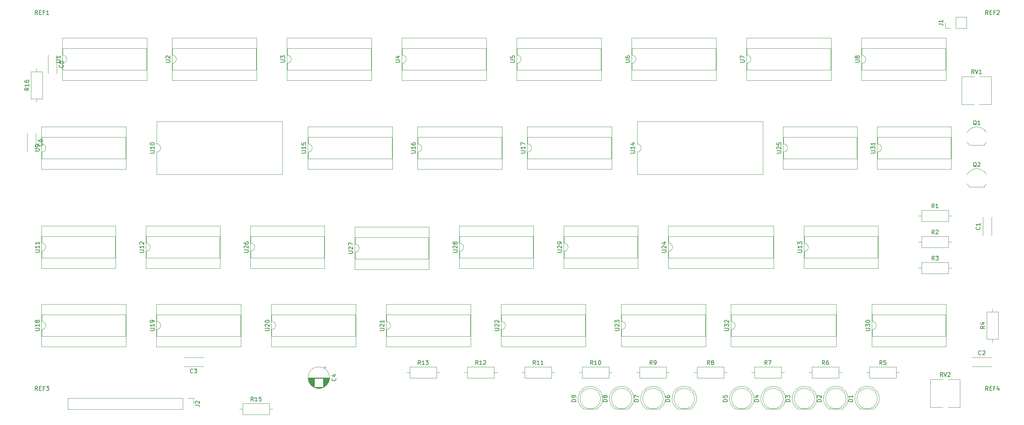
<source format=gbr>
%TF.GenerationSoftware,KiCad,Pcbnew,5.1.6-c6e7f7d~87~ubuntu16.04.1*%
%TF.CreationDate,2021-01-23T13:17:05-05:00*%
%TF.ProjectId,video,76696465-6f2e-46b6-9963-61645f706362,rev?*%
%TF.SameCoordinates,Original*%
%TF.FileFunction,Legend,Top*%
%TF.FilePolarity,Positive*%
%FSLAX46Y46*%
G04 Gerber Fmt 4.6, Leading zero omitted, Abs format (unit mm)*
G04 Created by KiCad (PCBNEW 5.1.6-c6e7f7d~87~ubuntu16.04.1) date 2021-01-23 13:17:05*
%MOMM*%
%LPD*%
G01*
G04 APERTURE LIST*
%ADD10C,0.120000*%
%ADD11C,0.150000*%
G04 APERTURE END LIST*
D10*
%TO.C,C6*%
X2340000Y-29440000D02*
X2340000Y-33980000D01*
X200000Y-29440000D02*
X200000Y-33980000D01*
X2340000Y-29440000D02*
X2325000Y-29440000D01*
X215000Y-29440000D02*
X200000Y-29440000D01*
X2340000Y-33980000D02*
X2325000Y-33980000D01*
X215000Y-33980000D02*
X200000Y-33980000D01*
%TO.C,C5*%
X7420000Y-10390000D02*
X7420000Y-14930000D01*
X5280000Y-10390000D02*
X5280000Y-14930000D01*
X7420000Y-10390000D02*
X7405000Y-10390000D01*
X5295000Y-10390000D02*
X5280000Y-10390000D01*
X7420000Y-14930000D02*
X7405000Y-14930000D01*
X5295000Y-14930000D02*
X5280000Y-14930000D01*
%TO.C,U31*%
X206890000Y-27880000D02*
X206890000Y-38160000D01*
X224910000Y-27880000D02*
X206890000Y-27880000D01*
X224910000Y-38160000D02*
X224910000Y-27880000D01*
X206890000Y-38160000D02*
X224910000Y-38160000D01*
X206950000Y-30370000D02*
X206950000Y-32020000D01*
X224850000Y-30370000D02*
X206950000Y-30370000D01*
X224850000Y-35670000D02*
X224850000Y-30370000D01*
X206950000Y-35670000D02*
X224850000Y-35670000D01*
X206950000Y-34020000D02*
X206950000Y-35670000D01*
X206950000Y-32020000D02*
G75*
G02*
X206950000Y-34020000I0J-1000000D01*
G01*
%TO.C,U30*%
X205620000Y-71060000D02*
X205620000Y-81340000D01*
X223640000Y-71060000D02*
X205620000Y-71060000D01*
X223640000Y-81340000D02*
X223640000Y-71060000D01*
X205620000Y-81340000D02*
X223640000Y-81340000D01*
X205680000Y-73550000D02*
X205680000Y-75200000D01*
X223580000Y-73550000D02*
X205680000Y-73550000D01*
X223580000Y-78850000D02*
X223580000Y-73550000D01*
X205680000Y-78850000D02*
X223580000Y-78850000D01*
X205680000Y-77200000D02*
X205680000Y-78850000D01*
X205680000Y-75200000D02*
G75*
G02*
X205680000Y-77200000I0J-1000000D01*
G01*
%TO.C,R16*%
X2540000Y-13740000D02*
X2540000Y-14510000D01*
X2540000Y-21820000D02*
X2540000Y-21050000D01*
X1170000Y-14510000D02*
X1170000Y-21050000D01*
X3910000Y-14510000D02*
X1170000Y-14510000D01*
X3910000Y-21050000D02*
X3910000Y-14510000D01*
X1170000Y-21050000D02*
X3910000Y-21050000D01*
%TO.C,R15*%
X59920000Y-96520000D02*
X59150000Y-96520000D01*
X51840000Y-96520000D02*
X52610000Y-96520000D01*
X59150000Y-95150000D02*
X52610000Y-95150000D01*
X59150000Y-97890000D02*
X59150000Y-95150000D01*
X52610000Y-97890000D02*
X59150000Y-97890000D01*
X52610000Y-95150000D02*
X52610000Y-97890000D01*
%TO.C,C4*%
X72845000Y-86325225D02*
X72345000Y-86325225D01*
X72595000Y-86075225D02*
X72595000Y-86575225D01*
X71404000Y-91481000D02*
X70836000Y-91481000D01*
X71638000Y-91441000D02*
X70602000Y-91441000D01*
X71797000Y-91401000D02*
X70443000Y-91401000D01*
X71925000Y-91361000D02*
X70315000Y-91361000D01*
X72035000Y-91321000D02*
X70205000Y-91321000D01*
X72131000Y-91281000D02*
X70109000Y-91281000D01*
X72218000Y-91241000D02*
X70022000Y-91241000D01*
X72298000Y-91201000D02*
X69942000Y-91201000D01*
X70080000Y-91161000D02*
X69869000Y-91161000D01*
X72371000Y-91161000D02*
X72160000Y-91161000D01*
X70080000Y-91121000D02*
X69801000Y-91121000D01*
X72439000Y-91121000D02*
X72160000Y-91121000D01*
X70080000Y-91081000D02*
X69737000Y-91081000D01*
X72503000Y-91081000D02*
X72160000Y-91081000D01*
X70080000Y-91041000D02*
X69677000Y-91041000D01*
X72563000Y-91041000D02*
X72160000Y-91041000D01*
X70080000Y-91001000D02*
X69620000Y-91001000D01*
X72620000Y-91001000D02*
X72160000Y-91001000D01*
X70080000Y-90961000D02*
X69566000Y-90961000D01*
X72674000Y-90961000D02*
X72160000Y-90961000D01*
X70080000Y-90921000D02*
X69515000Y-90921000D01*
X72725000Y-90921000D02*
X72160000Y-90921000D01*
X70080000Y-90881000D02*
X69467000Y-90881000D01*
X72773000Y-90881000D02*
X72160000Y-90881000D01*
X70080000Y-90841000D02*
X69421000Y-90841000D01*
X72819000Y-90841000D02*
X72160000Y-90841000D01*
X70080000Y-90801000D02*
X69377000Y-90801000D01*
X72863000Y-90801000D02*
X72160000Y-90801000D01*
X70080000Y-90761000D02*
X69335000Y-90761000D01*
X72905000Y-90761000D02*
X72160000Y-90761000D01*
X70080000Y-90721000D02*
X69294000Y-90721000D01*
X72946000Y-90721000D02*
X72160000Y-90721000D01*
X70080000Y-90681000D02*
X69256000Y-90681000D01*
X72984000Y-90681000D02*
X72160000Y-90681000D01*
X70080000Y-90641000D02*
X69219000Y-90641000D01*
X73021000Y-90641000D02*
X72160000Y-90641000D01*
X70080000Y-90601000D02*
X69183000Y-90601000D01*
X73057000Y-90601000D02*
X72160000Y-90601000D01*
X70080000Y-90561000D02*
X69149000Y-90561000D01*
X73091000Y-90561000D02*
X72160000Y-90561000D01*
X70080000Y-90521000D02*
X69116000Y-90521000D01*
X73124000Y-90521000D02*
X72160000Y-90521000D01*
X70080000Y-90481000D02*
X69085000Y-90481000D01*
X73155000Y-90481000D02*
X72160000Y-90481000D01*
X70080000Y-90441000D02*
X69055000Y-90441000D01*
X73185000Y-90441000D02*
X72160000Y-90441000D01*
X70080000Y-90401000D02*
X69025000Y-90401000D01*
X73215000Y-90401000D02*
X72160000Y-90401000D01*
X70080000Y-90361000D02*
X68998000Y-90361000D01*
X73242000Y-90361000D02*
X72160000Y-90361000D01*
X70080000Y-90321000D02*
X68971000Y-90321000D01*
X73269000Y-90321000D02*
X72160000Y-90321000D01*
X70080000Y-90281000D02*
X68945000Y-90281000D01*
X73295000Y-90281000D02*
X72160000Y-90281000D01*
X70080000Y-90241000D02*
X68920000Y-90241000D01*
X73320000Y-90241000D02*
X72160000Y-90241000D01*
X70080000Y-90201000D02*
X68896000Y-90201000D01*
X73344000Y-90201000D02*
X72160000Y-90201000D01*
X70080000Y-90161000D02*
X68873000Y-90161000D01*
X73367000Y-90161000D02*
X72160000Y-90161000D01*
X70080000Y-90121000D02*
X68852000Y-90121000D01*
X73388000Y-90121000D02*
X72160000Y-90121000D01*
X70080000Y-90081000D02*
X68830000Y-90081000D01*
X73410000Y-90081000D02*
X72160000Y-90081000D01*
X70080000Y-90041000D02*
X68810000Y-90041000D01*
X73430000Y-90041000D02*
X72160000Y-90041000D01*
X70080000Y-90001000D02*
X68791000Y-90001000D01*
X73449000Y-90001000D02*
X72160000Y-90001000D01*
X70080000Y-89961000D02*
X68772000Y-89961000D01*
X73468000Y-89961000D02*
X72160000Y-89961000D01*
X70080000Y-89921000D02*
X68755000Y-89921000D01*
X73485000Y-89921000D02*
X72160000Y-89921000D01*
X70080000Y-89881000D02*
X68738000Y-89881000D01*
X73502000Y-89881000D02*
X72160000Y-89881000D01*
X70080000Y-89841000D02*
X68722000Y-89841000D01*
X73518000Y-89841000D02*
X72160000Y-89841000D01*
X70080000Y-89801000D02*
X68706000Y-89801000D01*
X73534000Y-89801000D02*
X72160000Y-89801000D01*
X70080000Y-89761000D02*
X68692000Y-89761000D01*
X73548000Y-89761000D02*
X72160000Y-89761000D01*
X70080000Y-89721000D02*
X68678000Y-89721000D01*
X73562000Y-89721000D02*
X72160000Y-89721000D01*
X70080000Y-89681000D02*
X68665000Y-89681000D01*
X73575000Y-89681000D02*
X72160000Y-89681000D01*
X70080000Y-89641000D02*
X68652000Y-89641000D01*
X73588000Y-89641000D02*
X72160000Y-89641000D01*
X70080000Y-89601000D02*
X68640000Y-89601000D01*
X73600000Y-89601000D02*
X72160000Y-89601000D01*
X70080000Y-89560000D02*
X68629000Y-89560000D01*
X73611000Y-89560000D02*
X72160000Y-89560000D01*
X70080000Y-89520000D02*
X68619000Y-89520000D01*
X73621000Y-89520000D02*
X72160000Y-89520000D01*
X70080000Y-89480000D02*
X68609000Y-89480000D01*
X73631000Y-89480000D02*
X72160000Y-89480000D01*
X70080000Y-89440000D02*
X68600000Y-89440000D01*
X73640000Y-89440000D02*
X72160000Y-89440000D01*
X70080000Y-89400000D02*
X68592000Y-89400000D01*
X73648000Y-89400000D02*
X72160000Y-89400000D01*
X70080000Y-89360000D02*
X68584000Y-89360000D01*
X73656000Y-89360000D02*
X72160000Y-89360000D01*
X70080000Y-89320000D02*
X68577000Y-89320000D01*
X73663000Y-89320000D02*
X72160000Y-89320000D01*
X70080000Y-89280000D02*
X68570000Y-89280000D01*
X73670000Y-89280000D02*
X72160000Y-89280000D01*
X70080000Y-89240000D02*
X68564000Y-89240000D01*
X73676000Y-89240000D02*
X72160000Y-89240000D01*
X70080000Y-89200000D02*
X68559000Y-89200000D01*
X73681000Y-89200000D02*
X72160000Y-89200000D01*
X70080000Y-89160000D02*
X68555000Y-89160000D01*
X73685000Y-89160000D02*
X72160000Y-89160000D01*
X70080000Y-89120000D02*
X68551000Y-89120000D01*
X73689000Y-89120000D02*
X72160000Y-89120000D01*
X73693000Y-89080000D02*
X68547000Y-89080000D01*
X73696000Y-89040000D02*
X68544000Y-89040000D01*
X73698000Y-89000000D02*
X68542000Y-89000000D01*
X73699000Y-88960000D02*
X68541000Y-88960000D01*
X73700000Y-88920000D02*
X68540000Y-88920000D01*
X73700000Y-88880000D02*
X68540000Y-88880000D01*
X73740000Y-88880000D02*
G75*
G03*
X73740000Y-88880000I-2620000J0D01*
G01*
%TO.C,C3*%
X38410000Y-84035000D02*
X38410000Y-84020000D01*
X38410000Y-86160000D02*
X38410000Y-86145000D01*
X42950000Y-84035000D02*
X42950000Y-84020000D01*
X42950000Y-86160000D02*
X42950000Y-86145000D01*
X42950000Y-84020000D02*
X38410000Y-84020000D01*
X42950000Y-86160000D02*
X38410000Y-86160000D01*
%TO.C,U14*%
X148530000Y-26560000D02*
X148530000Y-32020000D01*
X179130000Y-26560000D02*
X148530000Y-26560000D01*
X179130000Y-39480000D02*
X179130000Y-26560000D01*
X148530000Y-39480000D02*
X179130000Y-39480000D01*
X148530000Y-34020000D02*
X148530000Y-39480000D01*
X148530000Y-32020000D02*
G75*
G02*
X148530000Y-34020000I0J-1000000D01*
G01*
%TO.C,U10*%
X31690000Y-34020000D02*
X31690000Y-39480000D01*
X31690000Y-39480000D02*
X62290000Y-39480000D01*
X62290000Y-39480000D02*
X62290000Y-26560000D01*
X62290000Y-26560000D02*
X31690000Y-26560000D01*
X31690000Y-26560000D02*
X31690000Y-32020000D01*
X31690000Y-32020000D02*
G75*
G02*
X31690000Y-34020000I0J-1000000D01*
G01*
%TO.C,U32*%
X171330000Y-71060000D02*
X171330000Y-81340000D01*
X196970000Y-71060000D02*
X171330000Y-71060000D01*
X196970000Y-81340000D02*
X196970000Y-71060000D01*
X171330000Y-81340000D02*
X196970000Y-81340000D01*
X171390000Y-73550000D02*
X171390000Y-75200000D01*
X196910000Y-73550000D02*
X171390000Y-73550000D01*
X196910000Y-78850000D02*
X196910000Y-73550000D01*
X171390000Y-78850000D02*
X196910000Y-78850000D01*
X171390000Y-77200000D02*
X171390000Y-78850000D01*
X171390000Y-75200000D02*
G75*
G02*
X171390000Y-77200000I0J-1000000D01*
G01*
%TO.C,R13*%
X100560000Y-87630000D02*
X99790000Y-87630000D01*
X92480000Y-87630000D02*
X93250000Y-87630000D01*
X99790000Y-86260000D02*
X93250000Y-86260000D01*
X99790000Y-89000000D02*
X99790000Y-86260000D01*
X93250000Y-89000000D02*
X99790000Y-89000000D01*
X93250000Y-86260000D02*
X93250000Y-89000000D01*
%TO.C,R12*%
X114530000Y-87630000D02*
X113760000Y-87630000D01*
X106450000Y-87630000D02*
X107220000Y-87630000D01*
X113760000Y-86260000D02*
X107220000Y-86260000D01*
X113760000Y-89000000D02*
X113760000Y-86260000D01*
X107220000Y-89000000D02*
X113760000Y-89000000D01*
X107220000Y-86260000D02*
X107220000Y-89000000D01*
%TO.C,R11*%
X128500000Y-87630000D02*
X127730000Y-87630000D01*
X120420000Y-87630000D02*
X121190000Y-87630000D01*
X127730000Y-86260000D02*
X121190000Y-86260000D01*
X127730000Y-89000000D02*
X127730000Y-86260000D01*
X121190000Y-89000000D02*
X127730000Y-89000000D01*
X121190000Y-86260000D02*
X121190000Y-89000000D01*
%TO.C,R10*%
X142470000Y-87630000D02*
X141700000Y-87630000D01*
X134390000Y-87630000D02*
X135160000Y-87630000D01*
X141700000Y-86260000D02*
X135160000Y-86260000D01*
X141700000Y-89000000D02*
X141700000Y-86260000D01*
X135160000Y-89000000D02*
X141700000Y-89000000D01*
X135160000Y-86260000D02*
X135160000Y-89000000D01*
%TO.C,R9*%
X156440000Y-87630000D02*
X155670000Y-87630000D01*
X148360000Y-87630000D02*
X149130000Y-87630000D01*
X155670000Y-86260000D02*
X149130000Y-86260000D01*
X155670000Y-89000000D02*
X155670000Y-86260000D01*
X149130000Y-89000000D02*
X155670000Y-89000000D01*
X149130000Y-86260000D02*
X149130000Y-89000000D01*
%TO.C,R8*%
X170410000Y-87630000D02*
X169640000Y-87630000D01*
X162330000Y-87630000D02*
X163100000Y-87630000D01*
X169640000Y-86260000D02*
X163100000Y-86260000D01*
X169640000Y-89000000D02*
X169640000Y-86260000D01*
X163100000Y-89000000D02*
X169640000Y-89000000D01*
X163100000Y-86260000D02*
X163100000Y-89000000D01*
%TO.C,R7*%
X184380000Y-87630000D02*
X183610000Y-87630000D01*
X176300000Y-87630000D02*
X177070000Y-87630000D01*
X183610000Y-86260000D02*
X177070000Y-86260000D01*
X183610000Y-89000000D02*
X183610000Y-86260000D01*
X177070000Y-89000000D02*
X183610000Y-89000000D01*
X177070000Y-86260000D02*
X177070000Y-89000000D01*
%TO.C,R6*%
X198350000Y-87630000D02*
X197580000Y-87630000D01*
X190270000Y-87630000D02*
X191040000Y-87630000D01*
X197580000Y-86260000D02*
X191040000Y-86260000D01*
X197580000Y-89000000D02*
X197580000Y-86260000D01*
X191040000Y-89000000D02*
X197580000Y-89000000D01*
X191040000Y-86260000D02*
X191040000Y-89000000D01*
%TO.C,R5*%
X212320000Y-87630000D02*
X211550000Y-87630000D01*
X204240000Y-87630000D02*
X205010000Y-87630000D01*
X211550000Y-86260000D02*
X205010000Y-86260000D01*
X211550000Y-89000000D02*
X211550000Y-86260000D01*
X205010000Y-89000000D02*
X211550000Y-89000000D01*
X205010000Y-86260000D02*
X205010000Y-89000000D01*
%TO.C,J2*%
X40700000Y-93920000D02*
X40700000Y-95250000D01*
X39370000Y-93920000D02*
X40700000Y-93920000D01*
X38100000Y-93920000D02*
X38100000Y-96580000D01*
X38100000Y-96580000D02*
X10100000Y-96580000D01*
X38100000Y-93920000D02*
X10100000Y-93920000D01*
X10100000Y-93920000D02*
X10100000Y-96580000D01*
%TO.C,D9*%
X135615000Y-96540000D02*
X138705000Y-96540000D01*
X139660000Y-93980000D02*
G75*
G03*
X139660000Y-93980000I-2500000J0D01*
G01*
X137159538Y-90990000D02*
G75*
G02*
X138704830Y-96540000I462J-2990000D01*
G01*
X137160462Y-90990000D02*
G75*
G03*
X135615170Y-96540000I-462J-2990000D01*
G01*
%TO.C,D8*%
X143235000Y-96540000D02*
X146325000Y-96540000D01*
X147280000Y-93980000D02*
G75*
G03*
X147280000Y-93980000I-2500000J0D01*
G01*
X144779538Y-90990000D02*
G75*
G02*
X146324830Y-96540000I462J-2990000D01*
G01*
X144780462Y-90990000D02*
G75*
G03*
X143235170Y-96540000I-462J-2990000D01*
G01*
%TO.C,D7*%
X150855000Y-96540000D02*
X153945000Y-96540000D01*
X154900000Y-93980000D02*
G75*
G03*
X154900000Y-93980000I-2500000J0D01*
G01*
X152399538Y-90990000D02*
G75*
G02*
X153944830Y-96540000I462J-2990000D01*
G01*
X152400462Y-90990000D02*
G75*
G03*
X150855170Y-96540000I-462J-2990000D01*
G01*
%TO.C,D6*%
X158475000Y-96540000D02*
X161565000Y-96540000D01*
X162520000Y-93980000D02*
G75*
G03*
X162520000Y-93980000I-2500000J0D01*
G01*
X160019538Y-90990000D02*
G75*
G02*
X161564830Y-96540000I462J-2990000D01*
G01*
X160020462Y-90990000D02*
G75*
G03*
X158475170Y-96540000I-462J-2990000D01*
G01*
%TO.C,D5*%
X172445000Y-96540000D02*
X175535000Y-96540000D01*
X176490000Y-93980000D02*
G75*
G03*
X176490000Y-93980000I-2500000J0D01*
G01*
X173989538Y-90990000D02*
G75*
G02*
X175534830Y-96540000I462J-2990000D01*
G01*
X173990462Y-90990000D02*
G75*
G03*
X172445170Y-96540000I-462J-2990000D01*
G01*
%TO.C,D4*%
X180065000Y-96540000D02*
X183155000Y-96540000D01*
X184110000Y-93980000D02*
G75*
G03*
X184110000Y-93980000I-2500000J0D01*
G01*
X181609538Y-90990000D02*
G75*
G02*
X183154830Y-96540000I462J-2990000D01*
G01*
X181610462Y-90990000D02*
G75*
G03*
X180065170Y-96540000I-462J-2990000D01*
G01*
%TO.C,D3*%
X187685000Y-96540000D02*
X190775000Y-96540000D01*
X191730000Y-93980000D02*
G75*
G03*
X191730000Y-93980000I-2500000J0D01*
G01*
X189229538Y-90990000D02*
G75*
G02*
X190774830Y-96540000I462J-2990000D01*
G01*
X189230462Y-90990000D02*
G75*
G03*
X187685170Y-96540000I-462J-2990000D01*
G01*
%TO.C,D2*%
X195305000Y-96540000D02*
X198395000Y-96540000D01*
X199350000Y-93980000D02*
G75*
G03*
X199350000Y-93980000I-2500000J0D01*
G01*
X196849538Y-90990000D02*
G75*
G02*
X198394830Y-96540000I462J-2990000D01*
G01*
X196850462Y-90990000D02*
G75*
G03*
X195305170Y-96540000I-462J-2990000D01*
G01*
%TO.C,D1*%
X202925000Y-96540000D02*
X206015000Y-96540000D01*
X206970000Y-93980000D02*
G75*
G03*
X206970000Y-93980000I-2500000J0D01*
G01*
X204469538Y-90990000D02*
G75*
G02*
X206014830Y-96540000I462J-2990000D01*
G01*
X204470462Y-90990000D02*
G75*
G03*
X202925170Y-96540000I-462J-2990000D01*
G01*
%TO.C,U29*%
X130690000Y-52010000D02*
X130690000Y-62290000D01*
X148710000Y-52010000D02*
X130690000Y-52010000D01*
X148710000Y-62290000D02*
X148710000Y-52010000D01*
X130690000Y-62290000D02*
X148710000Y-62290000D01*
X130750000Y-54500000D02*
X130750000Y-56150000D01*
X148650000Y-54500000D02*
X130750000Y-54500000D01*
X148650000Y-59800000D02*
X148650000Y-54500000D01*
X130750000Y-59800000D02*
X148650000Y-59800000D01*
X130750000Y-58150000D02*
X130750000Y-59800000D01*
X130750000Y-56150000D02*
G75*
G02*
X130750000Y-58150000I0J-1000000D01*
G01*
%TO.C,U28*%
X105290000Y-52010000D02*
X105290000Y-62290000D01*
X123310000Y-52010000D02*
X105290000Y-52010000D01*
X123310000Y-62290000D02*
X123310000Y-52010000D01*
X105290000Y-62290000D02*
X123310000Y-62290000D01*
X105350000Y-54500000D02*
X105350000Y-56150000D01*
X123250000Y-54500000D02*
X105350000Y-54500000D01*
X123250000Y-59800000D02*
X123250000Y-54500000D01*
X105350000Y-59800000D02*
X123250000Y-59800000D01*
X105350000Y-58150000D02*
X105350000Y-59800000D01*
X105350000Y-56150000D02*
G75*
G02*
X105350000Y-58150000I0J-1000000D01*
G01*
%TO.C,U27*%
X79890000Y-52270000D02*
X79890000Y-62550000D01*
X97910000Y-52270000D02*
X79890000Y-52270000D01*
X97910000Y-62550000D02*
X97910000Y-52270000D01*
X79890000Y-62550000D02*
X97910000Y-62550000D01*
X79950000Y-54760000D02*
X79950000Y-56410000D01*
X97850000Y-54760000D02*
X79950000Y-54760000D01*
X97850000Y-60060000D02*
X97850000Y-54760000D01*
X79950000Y-60060000D02*
X97850000Y-60060000D01*
X79950000Y-58410000D02*
X79950000Y-60060000D01*
X79950000Y-56410000D02*
G75*
G02*
X79950000Y-58410000I0J-1000000D01*
G01*
%TO.C,U26*%
X54490000Y-52010000D02*
X54490000Y-62290000D01*
X72510000Y-52010000D02*
X54490000Y-52010000D01*
X72510000Y-62290000D02*
X72510000Y-52010000D01*
X54490000Y-62290000D02*
X72510000Y-62290000D01*
X54550000Y-54500000D02*
X54550000Y-56150000D01*
X72450000Y-54500000D02*
X54550000Y-54500000D01*
X72450000Y-59800000D02*
X72450000Y-54500000D01*
X54550000Y-59800000D02*
X72450000Y-59800000D01*
X54550000Y-58150000D02*
X54550000Y-59800000D01*
X54550000Y-56150000D02*
G75*
G02*
X54550000Y-58150000I0J-1000000D01*
G01*
%TO.C,U25*%
X184030000Y-27880000D02*
X184030000Y-38160000D01*
X202050000Y-27880000D02*
X184030000Y-27880000D01*
X202050000Y-38160000D02*
X202050000Y-27880000D01*
X184030000Y-38160000D02*
X202050000Y-38160000D01*
X184090000Y-30370000D02*
X184090000Y-32020000D01*
X201990000Y-30370000D02*
X184090000Y-30370000D01*
X201990000Y-35670000D02*
X201990000Y-30370000D01*
X184090000Y-35670000D02*
X201990000Y-35670000D01*
X184090000Y-34020000D02*
X184090000Y-35670000D01*
X184090000Y-32020000D02*
G75*
G02*
X184090000Y-34020000I0J-1000000D01*
G01*
%TO.C,U24*%
X156090000Y-52010000D02*
X156090000Y-62290000D01*
X181730000Y-52010000D02*
X156090000Y-52010000D01*
X181730000Y-62290000D02*
X181730000Y-52010000D01*
X156090000Y-62290000D02*
X181730000Y-62290000D01*
X156150000Y-54500000D02*
X156150000Y-56150000D01*
X181670000Y-54500000D02*
X156150000Y-54500000D01*
X181670000Y-59800000D02*
X181670000Y-54500000D01*
X156150000Y-59800000D02*
X181670000Y-59800000D01*
X156150000Y-58150000D02*
X156150000Y-59800000D01*
X156150000Y-56150000D02*
G75*
G02*
X156150000Y-58150000I0J-1000000D01*
G01*
%TO.C,U23*%
X144660000Y-71060000D02*
X144660000Y-81340000D01*
X165220000Y-71060000D02*
X144660000Y-71060000D01*
X165220000Y-81340000D02*
X165220000Y-71060000D01*
X144660000Y-81340000D02*
X165220000Y-81340000D01*
X144720000Y-73550000D02*
X144720000Y-75200000D01*
X165160000Y-73550000D02*
X144720000Y-73550000D01*
X165160000Y-78850000D02*
X165160000Y-73550000D01*
X144720000Y-78850000D02*
X165160000Y-78850000D01*
X144720000Y-77200000D02*
X144720000Y-78850000D01*
X144720000Y-75200000D02*
G75*
G02*
X144720000Y-77200000I0J-1000000D01*
G01*
%TO.C,U22*%
X115450000Y-71060000D02*
X115450000Y-81340000D01*
X136010000Y-71060000D02*
X115450000Y-71060000D01*
X136010000Y-81340000D02*
X136010000Y-71060000D01*
X115450000Y-81340000D02*
X136010000Y-81340000D01*
X115510000Y-73550000D02*
X115510000Y-75200000D01*
X135950000Y-73550000D02*
X115510000Y-73550000D01*
X135950000Y-78850000D02*
X135950000Y-73550000D01*
X115510000Y-78850000D02*
X135950000Y-78850000D01*
X115510000Y-77200000D02*
X115510000Y-78850000D01*
X115510000Y-75200000D02*
G75*
G02*
X115510000Y-77200000I0J-1000000D01*
G01*
%TO.C,U21*%
X87510000Y-71060000D02*
X87510000Y-81340000D01*
X108070000Y-71060000D02*
X87510000Y-71060000D01*
X108070000Y-81340000D02*
X108070000Y-71060000D01*
X87510000Y-81340000D02*
X108070000Y-81340000D01*
X87570000Y-73550000D02*
X87570000Y-75200000D01*
X108010000Y-73550000D02*
X87570000Y-73550000D01*
X108010000Y-78850000D02*
X108010000Y-73550000D01*
X87570000Y-78850000D02*
X108010000Y-78850000D01*
X87570000Y-77200000D02*
X87570000Y-78850000D01*
X87570000Y-75200000D02*
G75*
G02*
X87570000Y-77200000I0J-1000000D01*
G01*
%TO.C,U20*%
X59570000Y-71060000D02*
X59570000Y-81340000D01*
X80130000Y-71060000D02*
X59570000Y-71060000D01*
X80130000Y-81340000D02*
X80130000Y-71060000D01*
X59570000Y-81340000D02*
X80130000Y-81340000D01*
X59630000Y-73550000D02*
X59630000Y-75200000D01*
X80070000Y-73550000D02*
X59630000Y-73550000D01*
X80070000Y-78850000D02*
X80070000Y-73550000D01*
X59630000Y-78850000D02*
X80070000Y-78850000D01*
X59630000Y-77200000D02*
X59630000Y-78850000D01*
X59630000Y-75200000D02*
G75*
G02*
X59630000Y-77200000I0J-1000000D01*
G01*
%TO.C,U19*%
X31630000Y-71060000D02*
X31630000Y-81340000D01*
X52190000Y-71060000D02*
X31630000Y-71060000D01*
X52190000Y-81340000D02*
X52190000Y-71060000D01*
X31630000Y-81340000D02*
X52190000Y-81340000D01*
X31690000Y-73550000D02*
X31690000Y-75200000D01*
X52130000Y-73550000D02*
X31690000Y-73550000D01*
X52130000Y-78850000D02*
X52130000Y-73550000D01*
X31690000Y-78850000D02*
X52130000Y-78850000D01*
X31690000Y-77200000D02*
X31690000Y-78850000D01*
X31690000Y-75200000D02*
G75*
G02*
X31690000Y-77200000I0J-1000000D01*
G01*
%TO.C,U18*%
X3690000Y-71060000D02*
X3690000Y-81340000D01*
X24250000Y-71060000D02*
X3690000Y-71060000D01*
X24250000Y-81340000D02*
X24250000Y-71060000D01*
X3690000Y-81340000D02*
X24250000Y-81340000D01*
X3750000Y-73550000D02*
X3750000Y-75200000D01*
X24190000Y-73550000D02*
X3750000Y-73550000D01*
X24190000Y-78850000D02*
X24190000Y-73550000D01*
X3750000Y-78850000D02*
X24190000Y-78850000D01*
X3750000Y-77200000D02*
X3750000Y-78850000D01*
X3750000Y-75200000D02*
G75*
G02*
X3750000Y-77200000I0J-1000000D01*
G01*
%TO.C,U17*%
X121800000Y-27880000D02*
X121800000Y-38160000D01*
X142360000Y-27880000D02*
X121800000Y-27880000D01*
X142360000Y-38160000D02*
X142360000Y-27880000D01*
X121800000Y-38160000D02*
X142360000Y-38160000D01*
X121860000Y-30370000D02*
X121860000Y-32020000D01*
X142300000Y-30370000D02*
X121860000Y-30370000D01*
X142300000Y-35670000D02*
X142300000Y-30370000D01*
X121860000Y-35670000D02*
X142300000Y-35670000D01*
X121860000Y-34020000D02*
X121860000Y-35670000D01*
X121860000Y-32020000D02*
G75*
G02*
X121860000Y-34020000I0J-1000000D01*
G01*
%TO.C,U16*%
X95130000Y-27880000D02*
X95130000Y-38160000D01*
X115690000Y-27880000D02*
X95130000Y-27880000D01*
X115690000Y-38160000D02*
X115690000Y-27880000D01*
X95130000Y-38160000D02*
X115690000Y-38160000D01*
X95190000Y-30370000D02*
X95190000Y-32020000D01*
X115630000Y-30370000D02*
X95190000Y-30370000D01*
X115630000Y-35670000D02*
X115630000Y-30370000D01*
X95190000Y-35670000D02*
X115630000Y-35670000D01*
X95190000Y-34020000D02*
X95190000Y-35670000D01*
X95190000Y-32020000D02*
G75*
G02*
X95190000Y-34020000I0J-1000000D01*
G01*
%TO.C,U15*%
X68460000Y-27880000D02*
X68460000Y-38160000D01*
X89020000Y-27880000D02*
X68460000Y-27880000D01*
X89020000Y-38160000D02*
X89020000Y-27880000D01*
X68460000Y-38160000D02*
X89020000Y-38160000D01*
X68520000Y-30370000D02*
X68520000Y-32020000D01*
X88960000Y-30370000D02*
X68520000Y-30370000D01*
X88960000Y-35670000D02*
X88960000Y-30370000D01*
X68520000Y-35670000D02*
X88960000Y-35670000D01*
X68520000Y-34020000D02*
X68520000Y-35670000D01*
X68520000Y-32020000D02*
G75*
G02*
X68520000Y-34020000I0J-1000000D01*
G01*
%TO.C,U13*%
X189110000Y-52010000D02*
X189110000Y-62290000D01*
X207130000Y-52010000D02*
X189110000Y-52010000D01*
X207130000Y-62290000D02*
X207130000Y-52010000D01*
X189110000Y-62290000D02*
X207130000Y-62290000D01*
X189170000Y-54500000D02*
X189170000Y-56150000D01*
X207070000Y-54500000D02*
X189170000Y-54500000D01*
X207070000Y-59800000D02*
X207070000Y-54500000D01*
X189170000Y-59800000D02*
X207070000Y-59800000D01*
X189170000Y-58150000D02*
X189170000Y-59800000D01*
X189170000Y-56150000D02*
G75*
G02*
X189170000Y-58150000I0J-1000000D01*
G01*
%TO.C,U12*%
X29090000Y-52010000D02*
X29090000Y-62290000D01*
X47110000Y-52010000D02*
X29090000Y-52010000D01*
X47110000Y-62290000D02*
X47110000Y-52010000D01*
X29090000Y-62290000D02*
X47110000Y-62290000D01*
X29150000Y-54500000D02*
X29150000Y-56150000D01*
X47050000Y-54500000D02*
X29150000Y-54500000D01*
X47050000Y-59800000D02*
X47050000Y-54500000D01*
X29150000Y-59800000D02*
X47050000Y-59800000D01*
X29150000Y-58150000D02*
X29150000Y-59800000D01*
X29150000Y-56150000D02*
G75*
G02*
X29150000Y-58150000I0J-1000000D01*
G01*
%TO.C,U11*%
X3690000Y-52010000D02*
X3690000Y-62290000D01*
X21710000Y-52010000D02*
X3690000Y-52010000D01*
X21710000Y-62290000D02*
X21710000Y-52010000D01*
X3690000Y-62290000D02*
X21710000Y-62290000D01*
X3750000Y-54500000D02*
X3750000Y-56150000D01*
X21650000Y-54500000D02*
X3750000Y-54500000D01*
X21650000Y-59800000D02*
X21650000Y-54500000D01*
X3750000Y-59800000D02*
X21650000Y-59800000D01*
X3750000Y-58150000D02*
X3750000Y-59800000D01*
X3750000Y-56150000D02*
G75*
G02*
X3750000Y-58150000I0J-1000000D01*
G01*
%TO.C,U9*%
X3690000Y-27880000D02*
X3690000Y-38160000D01*
X24250000Y-27880000D02*
X3690000Y-27880000D01*
X24250000Y-38160000D02*
X24250000Y-27880000D01*
X3690000Y-38160000D02*
X24250000Y-38160000D01*
X3750000Y-30370000D02*
X3750000Y-32020000D01*
X24190000Y-30370000D02*
X3750000Y-30370000D01*
X24190000Y-35670000D02*
X24190000Y-30370000D01*
X3750000Y-35670000D02*
X24190000Y-35670000D01*
X3750000Y-34020000D02*
X3750000Y-35670000D01*
X3750000Y-32020000D02*
G75*
G02*
X3750000Y-34020000I0J-1000000D01*
G01*
%TO.C,U8*%
X203080000Y-6290000D02*
X203080000Y-16570000D01*
X223640000Y-6290000D02*
X203080000Y-6290000D01*
X223640000Y-16570000D02*
X223640000Y-6290000D01*
X203080000Y-16570000D02*
X223640000Y-16570000D01*
X203140000Y-8780000D02*
X203140000Y-10430000D01*
X223580000Y-8780000D02*
X203140000Y-8780000D01*
X223580000Y-14080000D02*
X223580000Y-8780000D01*
X203140000Y-14080000D02*
X223580000Y-14080000D01*
X203140000Y-12430000D02*
X203140000Y-14080000D01*
X203140000Y-10430000D02*
G75*
G02*
X203140000Y-12430000I0J-1000000D01*
G01*
%TO.C,U7*%
X175140000Y-6290000D02*
X175140000Y-16570000D01*
X195700000Y-6290000D02*
X175140000Y-6290000D01*
X195700000Y-16570000D02*
X195700000Y-6290000D01*
X175140000Y-16570000D02*
X195700000Y-16570000D01*
X175200000Y-8780000D02*
X175200000Y-10430000D01*
X195640000Y-8780000D02*
X175200000Y-8780000D01*
X195640000Y-14080000D02*
X195640000Y-8780000D01*
X175200000Y-14080000D02*
X195640000Y-14080000D01*
X175200000Y-12430000D02*
X175200000Y-14080000D01*
X175200000Y-10430000D02*
G75*
G02*
X175200000Y-12430000I0J-1000000D01*
G01*
%TO.C,U6*%
X147200000Y-6290000D02*
X147200000Y-16570000D01*
X167760000Y-6290000D02*
X147200000Y-6290000D01*
X167760000Y-16570000D02*
X167760000Y-6290000D01*
X147200000Y-16570000D02*
X167760000Y-16570000D01*
X147260000Y-8780000D02*
X147260000Y-10430000D01*
X167700000Y-8780000D02*
X147260000Y-8780000D01*
X167700000Y-14080000D02*
X167700000Y-8780000D01*
X147260000Y-14080000D02*
X167700000Y-14080000D01*
X147260000Y-12430000D02*
X147260000Y-14080000D01*
X147260000Y-10430000D02*
G75*
G02*
X147260000Y-12430000I0J-1000000D01*
G01*
%TO.C,U5*%
X119260000Y-6290000D02*
X119260000Y-16570000D01*
X139820000Y-6290000D02*
X119260000Y-6290000D01*
X139820000Y-16570000D02*
X139820000Y-6290000D01*
X119260000Y-16570000D02*
X139820000Y-16570000D01*
X119320000Y-8780000D02*
X119320000Y-10430000D01*
X139760000Y-8780000D02*
X119320000Y-8780000D01*
X139760000Y-14080000D02*
X139760000Y-8780000D01*
X119320000Y-14080000D02*
X139760000Y-14080000D01*
X119320000Y-12430000D02*
X119320000Y-14080000D01*
X119320000Y-10430000D02*
G75*
G02*
X119320000Y-12430000I0J-1000000D01*
G01*
%TO.C,U4*%
X91320000Y-6290000D02*
X91320000Y-16570000D01*
X111880000Y-6290000D02*
X91320000Y-6290000D01*
X111880000Y-16570000D02*
X111880000Y-6290000D01*
X91320000Y-16570000D02*
X111880000Y-16570000D01*
X91380000Y-8780000D02*
X91380000Y-10430000D01*
X111820000Y-8780000D02*
X91380000Y-8780000D01*
X111820000Y-14080000D02*
X111820000Y-8780000D01*
X91380000Y-14080000D02*
X111820000Y-14080000D01*
X91380000Y-12430000D02*
X91380000Y-14080000D01*
X91380000Y-10430000D02*
G75*
G02*
X91380000Y-12430000I0J-1000000D01*
G01*
%TO.C,U3*%
X63380000Y-6290000D02*
X63380000Y-16570000D01*
X83940000Y-6290000D02*
X63380000Y-6290000D01*
X83940000Y-16570000D02*
X83940000Y-6290000D01*
X63380000Y-16570000D02*
X83940000Y-16570000D01*
X63440000Y-8780000D02*
X63440000Y-10430000D01*
X83880000Y-8780000D02*
X63440000Y-8780000D01*
X83880000Y-14080000D02*
X83880000Y-8780000D01*
X63440000Y-14080000D02*
X83880000Y-14080000D01*
X63440000Y-12430000D02*
X63440000Y-14080000D01*
X63440000Y-10430000D02*
G75*
G02*
X63440000Y-12430000I0J-1000000D01*
G01*
%TO.C,U2*%
X35440000Y-6290000D02*
X35440000Y-16570000D01*
X56000000Y-6290000D02*
X35440000Y-6290000D01*
X56000000Y-16570000D02*
X56000000Y-6290000D01*
X35440000Y-16570000D02*
X56000000Y-16570000D01*
X35500000Y-8780000D02*
X35500000Y-10430000D01*
X55940000Y-8780000D02*
X35500000Y-8780000D01*
X55940000Y-14080000D02*
X55940000Y-8780000D01*
X35500000Y-14080000D02*
X55940000Y-14080000D01*
X35500000Y-12430000D02*
X35500000Y-14080000D01*
X35500000Y-10430000D02*
G75*
G02*
X35500000Y-12430000I0J-1000000D01*
G01*
%TO.C,U1*%
X8770000Y-6290000D02*
X8770000Y-16570000D01*
X29330000Y-6290000D02*
X8770000Y-6290000D01*
X29330000Y-16570000D02*
X29330000Y-6290000D01*
X8770000Y-16570000D02*
X29330000Y-16570000D01*
X8830000Y-8780000D02*
X8830000Y-10430000D01*
X29270000Y-8780000D02*
X8830000Y-8780000D01*
X29270000Y-14080000D02*
X29270000Y-8780000D01*
X8830000Y-14080000D02*
X29270000Y-14080000D01*
X8830000Y-12430000D02*
X8830000Y-14080000D01*
X8830000Y-10430000D02*
G75*
G02*
X8830000Y-12430000I0J-1000000D01*
G01*
%TO.C,RV2*%
X227080000Y-89290000D02*
X227080000Y-96130000D01*
X219840000Y-89290000D02*
X219840000Y-96130000D01*
X224170000Y-96130000D02*
X227080000Y-96130000D01*
X219840000Y-96130000D02*
X222870000Y-96130000D01*
X224170000Y-89290000D02*
X227080000Y-89290000D01*
X219840000Y-89290000D02*
X222870000Y-89290000D01*
%TO.C,RV1*%
X234700000Y-15630000D02*
X234700000Y-22470000D01*
X227460000Y-15630000D02*
X227460000Y-22470000D01*
X231790000Y-22470000D02*
X234700000Y-22470000D01*
X227460000Y-22470000D02*
X230490000Y-22470000D01*
X231790000Y-15630000D02*
X234700000Y-15630000D01*
X227460000Y-15630000D02*
X230490000Y-15630000D01*
%TO.C,R4*%
X234950000Y-72160000D02*
X234950000Y-72930000D01*
X234950000Y-80240000D02*
X234950000Y-79470000D01*
X233580000Y-72930000D02*
X233580000Y-79470000D01*
X236320000Y-72930000D02*
X233580000Y-72930000D01*
X236320000Y-79470000D02*
X236320000Y-72930000D01*
X233580000Y-79470000D02*
X236320000Y-79470000D01*
%TO.C,R3*%
X225020000Y-62230000D02*
X224250000Y-62230000D01*
X216940000Y-62230000D02*
X217710000Y-62230000D01*
X224250000Y-60860000D02*
X217710000Y-60860000D01*
X224250000Y-63600000D02*
X224250000Y-60860000D01*
X217710000Y-63600000D02*
X224250000Y-63600000D01*
X217710000Y-60860000D02*
X217710000Y-63600000D01*
%TO.C,R2*%
X225020000Y-55880000D02*
X224250000Y-55880000D01*
X216940000Y-55880000D02*
X217710000Y-55880000D01*
X224250000Y-54510000D02*
X217710000Y-54510000D01*
X224250000Y-57250000D02*
X224250000Y-54510000D01*
X217710000Y-57250000D02*
X224250000Y-57250000D01*
X217710000Y-54510000D02*
X217710000Y-57250000D01*
%TO.C,R1*%
X225020000Y-49530000D02*
X224250000Y-49530000D01*
X216940000Y-49530000D02*
X217710000Y-49530000D01*
X224250000Y-48160000D02*
X217710000Y-48160000D01*
X224250000Y-50900000D02*
X224250000Y-48160000D01*
X217710000Y-50900000D02*
X224250000Y-50900000D01*
X217710000Y-48160000D02*
X217710000Y-50900000D01*
%TO.C,Q2*%
X229340000Y-42490000D02*
X232940000Y-42490000D01*
X233464184Y-41762795D02*
G75*
G02*
X232940000Y-42490000I-2324184J1122795D01*
G01*
X233496400Y-39541193D02*
G75*
G03*
X231140000Y-38040000I-2356400J-1098807D01*
G01*
X228783600Y-39541193D02*
G75*
G02*
X231140000Y-38040000I2356400J-1098807D01*
G01*
X228815816Y-41762795D02*
G75*
G03*
X229340000Y-42490000I2324184J1122795D01*
G01*
%TO.C,Q1*%
X229340000Y-32330000D02*
X232940000Y-32330000D01*
X233464184Y-31602795D02*
G75*
G02*
X232940000Y-32330000I-2324184J1122795D01*
G01*
X233496400Y-29381193D02*
G75*
G03*
X231140000Y-27880000I-2356400J-1098807D01*
G01*
X228783600Y-29381193D02*
G75*
G02*
X231140000Y-27880000I2356400J-1098807D01*
G01*
X228815816Y-31602795D02*
G75*
G03*
X229340000Y-32330000I2324184J1122795D01*
G01*
%TO.C,J1*%
X223460000Y-3870000D02*
X223460000Y-2540000D01*
X224790000Y-3870000D02*
X223460000Y-3870000D01*
X226060000Y-3870000D02*
X226060000Y-1210000D01*
X226060000Y-1210000D02*
X228660000Y-1210000D01*
X226060000Y-3870000D02*
X228660000Y-3870000D01*
X228660000Y-3870000D02*
X228660000Y-1210000D01*
%TO.C,C2*%
X234640000Y-86145000D02*
X234640000Y-86160000D01*
X234640000Y-84020000D02*
X234640000Y-84035000D01*
X230100000Y-86145000D02*
X230100000Y-86160000D01*
X230100000Y-84020000D02*
X230100000Y-84035000D01*
X230100000Y-86160000D02*
X234640000Y-86160000D01*
X230100000Y-84020000D02*
X234640000Y-84020000D01*
%TO.C,C1*%
X234735000Y-49840000D02*
X234750000Y-49840000D01*
X232610000Y-49840000D02*
X232625000Y-49840000D01*
X234735000Y-54380000D02*
X234750000Y-54380000D01*
X232610000Y-54380000D02*
X232625000Y-54380000D01*
X234750000Y-54380000D02*
X234750000Y-49840000D01*
X232610000Y-54380000D02*
X232610000Y-49840000D01*
%TO.C,C6*%
D11*
X3827142Y-31876666D02*
X3874761Y-31924285D01*
X3922380Y-32067142D01*
X3922380Y-32162380D01*
X3874761Y-32305238D01*
X3779523Y-32400476D01*
X3684285Y-32448095D01*
X3493809Y-32495714D01*
X3350952Y-32495714D01*
X3160476Y-32448095D01*
X3065238Y-32400476D01*
X2970000Y-32305238D01*
X2922380Y-32162380D01*
X2922380Y-32067142D01*
X2970000Y-31924285D01*
X3017619Y-31876666D01*
X2922380Y-31019523D02*
X2922380Y-31210000D01*
X2970000Y-31305238D01*
X3017619Y-31352857D01*
X3160476Y-31448095D01*
X3350952Y-31495714D01*
X3731904Y-31495714D01*
X3827142Y-31448095D01*
X3874761Y-31400476D01*
X3922380Y-31305238D01*
X3922380Y-31114761D01*
X3874761Y-31019523D01*
X3827142Y-30971904D01*
X3731904Y-30924285D01*
X3493809Y-30924285D01*
X3398571Y-30971904D01*
X3350952Y-31019523D01*
X3303333Y-31114761D01*
X3303333Y-31305238D01*
X3350952Y-31400476D01*
X3398571Y-31448095D01*
X3493809Y-31495714D01*
%TO.C,C5*%
X8907142Y-12826666D02*
X8954761Y-12874285D01*
X9002380Y-13017142D01*
X9002380Y-13112380D01*
X8954761Y-13255238D01*
X8859523Y-13350476D01*
X8764285Y-13398095D01*
X8573809Y-13445714D01*
X8430952Y-13445714D01*
X8240476Y-13398095D01*
X8145238Y-13350476D01*
X8050000Y-13255238D01*
X8002380Y-13112380D01*
X8002380Y-13017142D01*
X8050000Y-12874285D01*
X8097619Y-12826666D01*
X8002380Y-11921904D02*
X8002380Y-12398095D01*
X8478571Y-12445714D01*
X8430952Y-12398095D01*
X8383333Y-12302857D01*
X8383333Y-12064761D01*
X8430952Y-11969523D01*
X8478571Y-11921904D01*
X8573809Y-11874285D01*
X8811904Y-11874285D01*
X8907142Y-11921904D01*
X8954761Y-11969523D01*
X9002380Y-12064761D01*
X9002380Y-12302857D01*
X8954761Y-12398095D01*
X8907142Y-12445714D01*
%TO.C,REF3*%
X2762380Y-92002380D02*
X2429047Y-91526190D01*
X2190952Y-92002380D02*
X2190952Y-91002380D01*
X2571904Y-91002380D01*
X2667142Y-91050000D01*
X2714761Y-91097619D01*
X2762380Y-91192857D01*
X2762380Y-91335714D01*
X2714761Y-91430952D01*
X2667142Y-91478571D01*
X2571904Y-91526190D01*
X2190952Y-91526190D01*
X3190952Y-91478571D02*
X3524285Y-91478571D01*
X3667142Y-92002380D02*
X3190952Y-92002380D01*
X3190952Y-91002380D01*
X3667142Y-91002380D01*
X4429047Y-91478571D02*
X4095714Y-91478571D01*
X4095714Y-92002380D02*
X4095714Y-91002380D01*
X4571904Y-91002380D01*
X4857619Y-91002380D02*
X5476666Y-91002380D01*
X5143333Y-91383333D01*
X5286190Y-91383333D01*
X5381428Y-91430952D01*
X5429047Y-91478571D01*
X5476666Y-91573809D01*
X5476666Y-91811904D01*
X5429047Y-91907142D01*
X5381428Y-91954761D01*
X5286190Y-92002380D01*
X5000476Y-92002380D01*
X4905238Y-91954761D01*
X4857619Y-91907142D01*
%TO.C,REF4*%
X233902380Y-92002380D02*
X233569047Y-91526190D01*
X233330952Y-92002380D02*
X233330952Y-91002380D01*
X233711904Y-91002380D01*
X233807142Y-91050000D01*
X233854761Y-91097619D01*
X233902380Y-91192857D01*
X233902380Y-91335714D01*
X233854761Y-91430952D01*
X233807142Y-91478571D01*
X233711904Y-91526190D01*
X233330952Y-91526190D01*
X234330952Y-91478571D02*
X234664285Y-91478571D01*
X234807142Y-92002380D02*
X234330952Y-92002380D01*
X234330952Y-91002380D01*
X234807142Y-91002380D01*
X235569047Y-91478571D02*
X235235714Y-91478571D01*
X235235714Y-92002380D02*
X235235714Y-91002380D01*
X235711904Y-91002380D01*
X236521428Y-91335714D02*
X236521428Y-92002380D01*
X236283333Y-90954761D02*
X236045238Y-91669047D01*
X236664285Y-91669047D01*
%TO.C,REF2*%
X233902380Y-562380D02*
X233569047Y-86190D01*
X233330952Y-562380D02*
X233330952Y437619D01*
X233711904Y437619D01*
X233807142Y390000D01*
X233854761Y342380D01*
X233902380Y247142D01*
X233902380Y104285D01*
X233854761Y9047D01*
X233807142Y-38571D01*
X233711904Y-86190D01*
X233330952Y-86190D01*
X234330952Y-38571D02*
X234664285Y-38571D01*
X234807142Y-562380D02*
X234330952Y-562380D01*
X234330952Y437619D01*
X234807142Y437619D01*
X235569047Y-38571D02*
X235235714Y-38571D01*
X235235714Y-562380D02*
X235235714Y437619D01*
X235711904Y437619D01*
X236045238Y342380D02*
X236092857Y390000D01*
X236188095Y437619D01*
X236426190Y437619D01*
X236521428Y390000D01*
X236569047Y342380D01*
X236616666Y247142D01*
X236616666Y151904D01*
X236569047Y9047D01*
X235997619Y-562380D01*
X236616666Y-562380D01*
%TO.C,REF1*%
X2762380Y-562380D02*
X2429047Y-86190D01*
X2190952Y-562380D02*
X2190952Y437619D01*
X2571904Y437619D01*
X2667142Y390000D01*
X2714761Y342380D01*
X2762380Y247142D01*
X2762380Y104285D01*
X2714761Y9047D01*
X2667142Y-38571D01*
X2571904Y-86190D01*
X2190952Y-86190D01*
X3190952Y-38571D02*
X3524285Y-38571D01*
X3667142Y-562380D02*
X3190952Y-562380D01*
X3190952Y437619D01*
X3667142Y437619D01*
X4429047Y-38571D02*
X4095714Y-38571D01*
X4095714Y-562380D02*
X4095714Y437619D01*
X4571904Y437619D01*
X5476666Y-562380D02*
X4905238Y-562380D01*
X5190952Y-562380D02*
X5190952Y437619D01*
X5095714Y294761D01*
X5000476Y199523D01*
X4905238Y151904D01*
%TO.C,U31*%
X205402380Y-34258095D02*
X206211904Y-34258095D01*
X206307142Y-34210476D01*
X206354761Y-34162857D01*
X206402380Y-34067619D01*
X206402380Y-33877142D01*
X206354761Y-33781904D01*
X206307142Y-33734285D01*
X206211904Y-33686666D01*
X205402380Y-33686666D01*
X205402380Y-33305714D02*
X205402380Y-32686666D01*
X205783333Y-33020000D01*
X205783333Y-32877142D01*
X205830952Y-32781904D01*
X205878571Y-32734285D01*
X205973809Y-32686666D01*
X206211904Y-32686666D01*
X206307142Y-32734285D01*
X206354761Y-32781904D01*
X206402380Y-32877142D01*
X206402380Y-33162857D01*
X206354761Y-33258095D01*
X206307142Y-33305714D01*
X206402380Y-31734285D02*
X206402380Y-32305714D01*
X206402380Y-32020000D02*
X205402380Y-32020000D01*
X205545238Y-32115238D01*
X205640476Y-32210476D01*
X205688095Y-32305714D01*
%TO.C,U30*%
X204132380Y-77438095D02*
X204941904Y-77438095D01*
X205037142Y-77390476D01*
X205084761Y-77342857D01*
X205132380Y-77247619D01*
X205132380Y-77057142D01*
X205084761Y-76961904D01*
X205037142Y-76914285D01*
X204941904Y-76866666D01*
X204132380Y-76866666D01*
X204132380Y-76485714D02*
X204132380Y-75866666D01*
X204513333Y-76200000D01*
X204513333Y-76057142D01*
X204560952Y-75961904D01*
X204608571Y-75914285D01*
X204703809Y-75866666D01*
X204941904Y-75866666D01*
X205037142Y-75914285D01*
X205084761Y-75961904D01*
X205132380Y-76057142D01*
X205132380Y-76342857D01*
X205084761Y-76438095D01*
X205037142Y-76485714D01*
X204132380Y-75247619D02*
X204132380Y-75152380D01*
X204180000Y-75057142D01*
X204227619Y-75009523D01*
X204322857Y-74961904D01*
X204513333Y-74914285D01*
X204751428Y-74914285D01*
X204941904Y-74961904D01*
X205037142Y-75009523D01*
X205084761Y-75057142D01*
X205132380Y-75152380D01*
X205132380Y-75247619D01*
X205084761Y-75342857D01*
X205037142Y-75390476D01*
X204941904Y-75438095D01*
X204751428Y-75485714D01*
X204513333Y-75485714D01*
X204322857Y-75438095D01*
X204227619Y-75390476D01*
X204180000Y-75342857D01*
X204132380Y-75247619D01*
%TO.C,R16*%
X622380Y-18422857D02*
X146190Y-18756190D01*
X622380Y-18994285D02*
X-377619Y-18994285D01*
X-377619Y-18613333D01*
X-330000Y-18518095D01*
X-282380Y-18470476D01*
X-187142Y-18422857D01*
X-44285Y-18422857D01*
X50952Y-18470476D01*
X98571Y-18518095D01*
X146190Y-18613333D01*
X146190Y-18994285D01*
X622380Y-17470476D02*
X622380Y-18041904D01*
X622380Y-17756190D02*
X-377619Y-17756190D01*
X-234761Y-17851428D01*
X-139523Y-17946666D01*
X-91904Y-18041904D01*
X-377619Y-16613333D02*
X-377619Y-16803809D01*
X-329999Y-16899047D01*
X-282380Y-16946666D01*
X-139523Y-17041904D01*
X50952Y-17089523D01*
X431904Y-17089523D01*
X527142Y-17041904D01*
X574761Y-16994285D01*
X622380Y-16899047D01*
X622380Y-16708571D01*
X574761Y-16613333D01*
X527142Y-16565714D01*
X431904Y-16518095D01*
X193809Y-16518095D01*
X98571Y-16565714D01*
X50952Y-16613333D01*
X3333Y-16708571D01*
X3333Y-16899047D01*
X50952Y-16994285D01*
X98571Y-17041904D01*
X193809Y-17089523D01*
%TO.C,R15*%
X55237142Y-94602380D02*
X54903809Y-94126190D01*
X54665714Y-94602380D02*
X54665714Y-93602380D01*
X55046666Y-93602380D01*
X55141904Y-93650000D01*
X55189523Y-93697619D01*
X55237142Y-93792857D01*
X55237142Y-93935714D01*
X55189523Y-94030952D01*
X55141904Y-94078571D01*
X55046666Y-94126190D01*
X54665714Y-94126190D01*
X56189523Y-94602380D02*
X55618095Y-94602380D01*
X55903809Y-94602380D02*
X55903809Y-93602380D01*
X55808571Y-93745238D01*
X55713333Y-93840476D01*
X55618095Y-93888095D01*
X57094285Y-93602380D02*
X56618095Y-93602380D01*
X56570476Y-94078571D01*
X56618095Y-94030952D01*
X56713333Y-93983333D01*
X56951428Y-93983333D01*
X57046666Y-94030952D01*
X57094285Y-94078571D01*
X57141904Y-94173809D01*
X57141904Y-94411904D01*
X57094285Y-94507142D01*
X57046666Y-94554761D01*
X56951428Y-94602380D01*
X56713333Y-94602380D01*
X56618095Y-94554761D01*
X56570476Y-94507142D01*
%TO.C,C4*%
X75227142Y-89046666D02*
X75274761Y-89094285D01*
X75322380Y-89237142D01*
X75322380Y-89332380D01*
X75274761Y-89475238D01*
X75179523Y-89570476D01*
X75084285Y-89618095D01*
X74893809Y-89665714D01*
X74750952Y-89665714D01*
X74560476Y-89618095D01*
X74465238Y-89570476D01*
X74370000Y-89475238D01*
X74322380Y-89332380D01*
X74322380Y-89237142D01*
X74370000Y-89094285D01*
X74417619Y-89046666D01*
X74655714Y-88189523D02*
X75322380Y-88189523D01*
X74274761Y-88427619D02*
X74989047Y-88665714D01*
X74989047Y-88046666D01*
%TO.C,C3*%
X40513333Y-87647142D02*
X40465714Y-87694761D01*
X40322857Y-87742380D01*
X40227619Y-87742380D01*
X40084761Y-87694761D01*
X39989523Y-87599523D01*
X39941904Y-87504285D01*
X39894285Y-87313809D01*
X39894285Y-87170952D01*
X39941904Y-86980476D01*
X39989523Y-86885238D01*
X40084761Y-86790000D01*
X40227619Y-86742380D01*
X40322857Y-86742380D01*
X40465714Y-86790000D01*
X40513333Y-86837619D01*
X40846666Y-86742380D02*
X41465714Y-86742380D01*
X41132380Y-87123333D01*
X41275238Y-87123333D01*
X41370476Y-87170952D01*
X41418095Y-87218571D01*
X41465714Y-87313809D01*
X41465714Y-87551904D01*
X41418095Y-87647142D01*
X41370476Y-87694761D01*
X41275238Y-87742380D01*
X40989523Y-87742380D01*
X40894285Y-87694761D01*
X40846666Y-87647142D01*
%TO.C,U14*%
X146982380Y-34258095D02*
X147791904Y-34258095D01*
X147887142Y-34210476D01*
X147934761Y-34162857D01*
X147982380Y-34067619D01*
X147982380Y-33877142D01*
X147934761Y-33781904D01*
X147887142Y-33734285D01*
X147791904Y-33686666D01*
X146982380Y-33686666D01*
X147982380Y-32686666D02*
X147982380Y-33258095D01*
X147982380Y-32972380D02*
X146982380Y-32972380D01*
X147125238Y-33067619D01*
X147220476Y-33162857D01*
X147268095Y-33258095D01*
X147315714Y-31829523D02*
X147982380Y-31829523D01*
X146934761Y-32067619D02*
X147649047Y-32305714D01*
X147649047Y-31686666D01*
%TO.C,U10*%
X30142380Y-34258095D02*
X30951904Y-34258095D01*
X31047142Y-34210476D01*
X31094761Y-34162857D01*
X31142380Y-34067619D01*
X31142380Y-33877142D01*
X31094761Y-33781904D01*
X31047142Y-33734285D01*
X30951904Y-33686666D01*
X30142380Y-33686666D01*
X31142380Y-32686666D02*
X31142380Y-33258095D01*
X31142380Y-32972380D02*
X30142380Y-32972380D01*
X30285238Y-33067619D01*
X30380476Y-33162857D01*
X30428095Y-33258095D01*
X30142380Y-32067619D02*
X30142380Y-31972380D01*
X30190000Y-31877142D01*
X30237619Y-31829523D01*
X30332857Y-31781904D01*
X30523333Y-31734285D01*
X30761428Y-31734285D01*
X30951904Y-31781904D01*
X31047142Y-31829523D01*
X31094761Y-31877142D01*
X31142380Y-31972380D01*
X31142380Y-32067619D01*
X31094761Y-32162857D01*
X31047142Y-32210476D01*
X30951904Y-32258095D01*
X30761428Y-32305714D01*
X30523333Y-32305714D01*
X30332857Y-32258095D01*
X30237619Y-32210476D01*
X30190000Y-32162857D01*
X30142380Y-32067619D01*
%TO.C,U32*%
X169842380Y-77438095D02*
X170651904Y-77438095D01*
X170747142Y-77390476D01*
X170794761Y-77342857D01*
X170842380Y-77247619D01*
X170842380Y-77057142D01*
X170794761Y-76961904D01*
X170747142Y-76914285D01*
X170651904Y-76866666D01*
X169842380Y-76866666D01*
X169842380Y-76485714D02*
X169842380Y-75866666D01*
X170223333Y-76200000D01*
X170223333Y-76057142D01*
X170270952Y-75961904D01*
X170318571Y-75914285D01*
X170413809Y-75866666D01*
X170651904Y-75866666D01*
X170747142Y-75914285D01*
X170794761Y-75961904D01*
X170842380Y-76057142D01*
X170842380Y-76342857D01*
X170794761Y-76438095D01*
X170747142Y-76485714D01*
X169937619Y-75485714D02*
X169890000Y-75438095D01*
X169842380Y-75342857D01*
X169842380Y-75104761D01*
X169890000Y-75009523D01*
X169937619Y-74961904D01*
X170032857Y-74914285D01*
X170128095Y-74914285D01*
X170270952Y-74961904D01*
X170842380Y-75533333D01*
X170842380Y-74914285D01*
%TO.C,R13*%
X95877142Y-85712380D02*
X95543809Y-85236190D01*
X95305714Y-85712380D02*
X95305714Y-84712380D01*
X95686666Y-84712380D01*
X95781904Y-84760000D01*
X95829523Y-84807619D01*
X95877142Y-84902857D01*
X95877142Y-85045714D01*
X95829523Y-85140952D01*
X95781904Y-85188571D01*
X95686666Y-85236190D01*
X95305714Y-85236190D01*
X96829523Y-85712380D02*
X96258095Y-85712380D01*
X96543809Y-85712380D02*
X96543809Y-84712380D01*
X96448571Y-84855238D01*
X96353333Y-84950476D01*
X96258095Y-84998095D01*
X97162857Y-84712380D02*
X97781904Y-84712380D01*
X97448571Y-85093333D01*
X97591428Y-85093333D01*
X97686666Y-85140952D01*
X97734285Y-85188571D01*
X97781904Y-85283809D01*
X97781904Y-85521904D01*
X97734285Y-85617142D01*
X97686666Y-85664761D01*
X97591428Y-85712380D01*
X97305714Y-85712380D01*
X97210476Y-85664761D01*
X97162857Y-85617142D01*
%TO.C,R12*%
X109847142Y-85712380D02*
X109513809Y-85236190D01*
X109275714Y-85712380D02*
X109275714Y-84712380D01*
X109656666Y-84712380D01*
X109751904Y-84760000D01*
X109799523Y-84807619D01*
X109847142Y-84902857D01*
X109847142Y-85045714D01*
X109799523Y-85140952D01*
X109751904Y-85188571D01*
X109656666Y-85236190D01*
X109275714Y-85236190D01*
X110799523Y-85712380D02*
X110228095Y-85712380D01*
X110513809Y-85712380D02*
X110513809Y-84712380D01*
X110418571Y-84855238D01*
X110323333Y-84950476D01*
X110228095Y-84998095D01*
X111180476Y-84807619D02*
X111228095Y-84760000D01*
X111323333Y-84712380D01*
X111561428Y-84712380D01*
X111656666Y-84760000D01*
X111704285Y-84807619D01*
X111751904Y-84902857D01*
X111751904Y-84998095D01*
X111704285Y-85140952D01*
X111132857Y-85712380D01*
X111751904Y-85712380D01*
%TO.C,R11*%
X123817142Y-85712380D02*
X123483809Y-85236190D01*
X123245714Y-85712380D02*
X123245714Y-84712380D01*
X123626666Y-84712380D01*
X123721904Y-84760000D01*
X123769523Y-84807619D01*
X123817142Y-84902857D01*
X123817142Y-85045714D01*
X123769523Y-85140952D01*
X123721904Y-85188571D01*
X123626666Y-85236190D01*
X123245714Y-85236190D01*
X124769523Y-85712380D02*
X124198095Y-85712380D01*
X124483809Y-85712380D02*
X124483809Y-84712380D01*
X124388571Y-84855238D01*
X124293333Y-84950476D01*
X124198095Y-84998095D01*
X125721904Y-85712380D02*
X125150476Y-85712380D01*
X125436190Y-85712380D02*
X125436190Y-84712380D01*
X125340952Y-84855238D01*
X125245714Y-84950476D01*
X125150476Y-84998095D01*
%TO.C,R10*%
X137787142Y-85712380D02*
X137453809Y-85236190D01*
X137215714Y-85712380D02*
X137215714Y-84712380D01*
X137596666Y-84712380D01*
X137691904Y-84760000D01*
X137739523Y-84807619D01*
X137787142Y-84902857D01*
X137787142Y-85045714D01*
X137739523Y-85140952D01*
X137691904Y-85188571D01*
X137596666Y-85236190D01*
X137215714Y-85236190D01*
X138739523Y-85712380D02*
X138168095Y-85712380D01*
X138453809Y-85712380D02*
X138453809Y-84712380D01*
X138358571Y-84855238D01*
X138263333Y-84950476D01*
X138168095Y-84998095D01*
X139358571Y-84712380D02*
X139453809Y-84712380D01*
X139549047Y-84760000D01*
X139596666Y-84807619D01*
X139644285Y-84902857D01*
X139691904Y-85093333D01*
X139691904Y-85331428D01*
X139644285Y-85521904D01*
X139596666Y-85617142D01*
X139549047Y-85664761D01*
X139453809Y-85712380D01*
X139358571Y-85712380D01*
X139263333Y-85664761D01*
X139215714Y-85617142D01*
X139168095Y-85521904D01*
X139120476Y-85331428D01*
X139120476Y-85093333D01*
X139168095Y-84902857D01*
X139215714Y-84807619D01*
X139263333Y-84760000D01*
X139358571Y-84712380D01*
%TO.C,R9*%
X152233333Y-85712380D02*
X151900000Y-85236190D01*
X151661904Y-85712380D02*
X151661904Y-84712380D01*
X152042857Y-84712380D01*
X152138095Y-84760000D01*
X152185714Y-84807619D01*
X152233333Y-84902857D01*
X152233333Y-85045714D01*
X152185714Y-85140952D01*
X152138095Y-85188571D01*
X152042857Y-85236190D01*
X151661904Y-85236190D01*
X152709523Y-85712380D02*
X152900000Y-85712380D01*
X152995238Y-85664761D01*
X153042857Y-85617142D01*
X153138095Y-85474285D01*
X153185714Y-85283809D01*
X153185714Y-84902857D01*
X153138095Y-84807619D01*
X153090476Y-84760000D01*
X152995238Y-84712380D01*
X152804761Y-84712380D01*
X152709523Y-84760000D01*
X152661904Y-84807619D01*
X152614285Y-84902857D01*
X152614285Y-85140952D01*
X152661904Y-85236190D01*
X152709523Y-85283809D01*
X152804761Y-85331428D01*
X152995238Y-85331428D01*
X153090476Y-85283809D01*
X153138095Y-85236190D01*
X153185714Y-85140952D01*
%TO.C,R8*%
X166203333Y-85712380D02*
X165870000Y-85236190D01*
X165631904Y-85712380D02*
X165631904Y-84712380D01*
X166012857Y-84712380D01*
X166108095Y-84760000D01*
X166155714Y-84807619D01*
X166203333Y-84902857D01*
X166203333Y-85045714D01*
X166155714Y-85140952D01*
X166108095Y-85188571D01*
X166012857Y-85236190D01*
X165631904Y-85236190D01*
X166774761Y-85140952D02*
X166679523Y-85093333D01*
X166631904Y-85045714D01*
X166584285Y-84950476D01*
X166584285Y-84902857D01*
X166631904Y-84807619D01*
X166679523Y-84760000D01*
X166774761Y-84712380D01*
X166965238Y-84712380D01*
X167060476Y-84760000D01*
X167108095Y-84807619D01*
X167155714Y-84902857D01*
X167155714Y-84950476D01*
X167108095Y-85045714D01*
X167060476Y-85093333D01*
X166965238Y-85140952D01*
X166774761Y-85140952D01*
X166679523Y-85188571D01*
X166631904Y-85236190D01*
X166584285Y-85331428D01*
X166584285Y-85521904D01*
X166631904Y-85617142D01*
X166679523Y-85664761D01*
X166774761Y-85712380D01*
X166965238Y-85712380D01*
X167060476Y-85664761D01*
X167108095Y-85617142D01*
X167155714Y-85521904D01*
X167155714Y-85331428D01*
X167108095Y-85236190D01*
X167060476Y-85188571D01*
X166965238Y-85140952D01*
%TO.C,R7*%
X180173333Y-85712380D02*
X179840000Y-85236190D01*
X179601904Y-85712380D02*
X179601904Y-84712380D01*
X179982857Y-84712380D01*
X180078095Y-84760000D01*
X180125714Y-84807619D01*
X180173333Y-84902857D01*
X180173333Y-85045714D01*
X180125714Y-85140952D01*
X180078095Y-85188571D01*
X179982857Y-85236190D01*
X179601904Y-85236190D01*
X180506666Y-84712380D02*
X181173333Y-84712380D01*
X180744761Y-85712380D01*
%TO.C,R6*%
X194143333Y-85712380D02*
X193810000Y-85236190D01*
X193571904Y-85712380D02*
X193571904Y-84712380D01*
X193952857Y-84712380D01*
X194048095Y-84760000D01*
X194095714Y-84807619D01*
X194143333Y-84902857D01*
X194143333Y-85045714D01*
X194095714Y-85140952D01*
X194048095Y-85188571D01*
X193952857Y-85236190D01*
X193571904Y-85236190D01*
X195000476Y-84712380D02*
X194810000Y-84712380D01*
X194714761Y-84760000D01*
X194667142Y-84807619D01*
X194571904Y-84950476D01*
X194524285Y-85140952D01*
X194524285Y-85521904D01*
X194571904Y-85617142D01*
X194619523Y-85664761D01*
X194714761Y-85712380D01*
X194905238Y-85712380D01*
X195000476Y-85664761D01*
X195048095Y-85617142D01*
X195095714Y-85521904D01*
X195095714Y-85283809D01*
X195048095Y-85188571D01*
X195000476Y-85140952D01*
X194905238Y-85093333D01*
X194714761Y-85093333D01*
X194619523Y-85140952D01*
X194571904Y-85188571D01*
X194524285Y-85283809D01*
%TO.C,R5*%
X208113333Y-85712380D02*
X207780000Y-85236190D01*
X207541904Y-85712380D02*
X207541904Y-84712380D01*
X207922857Y-84712380D01*
X208018095Y-84760000D01*
X208065714Y-84807619D01*
X208113333Y-84902857D01*
X208113333Y-85045714D01*
X208065714Y-85140952D01*
X208018095Y-85188571D01*
X207922857Y-85236190D01*
X207541904Y-85236190D01*
X209018095Y-84712380D02*
X208541904Y-84712380D01*
X208494285Y-85188571D01*
X208541904Y-85140952D01*
X208637142Y-85093333D01*
X208875238Y-85093333D01*
X208970476Y-85140952D01*
X209018095Y-85188571D01*
X209065714Y-85283809D01*
X209065714Y-85521904D01*
X209018095Y-85617142D01*
X208970476Y-85664761D01*
X208875238Y-85712380D01*
X208637142Y-85712380D01*
X208541904Y-85664761D01*
X208494285Y-85617142D01*
%TO.C,J2*%
X41152380Y-95583333D02*
X41866666Y-95583333D01*
X42009523Y-95630952D01*
X42104761Y-95726190D01*
X42152380Y-95869047D01*
X42152380Y-95964285D01*
X41247619Y-95154761D02*
X41200000Y-95107142D01*
X41152380Y-95011904D01*
X41152380Y-94773809D01*
X41200000Y-94678571D01*
X41247619Y-94630952D01*
X41342857Y-94583333D01*
X41438095Y-94583333D01*
X41580952Y-94630952D01*
X42152380Y-95202380D01*
X42152380Y-94583333D01*
%TO.C,D9*%
X133652380Y-94718095D02*
X132652380Y-94718095D01*
X132652380Y-94480000D01*
X132700000Y-94337142D01*
X132795238Y-94241904D01*
X132890476Y-94194285D01*
X133080952Y-94146666D01*
X133223809Y-94146666D01*
X133414285Y-94194285D01*
X133509523Y-94241904D01*
X133604761Y-94337142D01*
X133652380Y-94480000D01*
X133652380Y-94718095D01*
X133652380Y-93670476D02*
X133652380Y-93480000D01*
X133604761Y-93384761D01*
X133557142Y-93337142D01*
X133414285Y-93241904D01*
X133223809Y-93194285D01*
X132842857Y-93194285D01*
X132747619Y-93241904D01*
X132700000Y-93289523D01*
X132652380Y-93384761D01*
X132652380Y-93575238D01*
X132700000Y-93670476D01*
X132747619Y-93718095D01*
X132842857Y-93765714D01*
X133080952Y-93765714D01*
X133176190Y-93718095D01*
X133223809Y-93670476D01*
X133271428Y-93575238D01*
X133271428Y-93384761D01*
X133223809Y-93289523D01*
X133176190Y-93241904D01*
X133080952Y-93194285D01*
%TO.C,D8*%
X141272380Y-94718095D02*
X140272380Y-94718095D01*
X140272380Y-94480000D01*
X140320000Y-94337142D01*
X140415238Y-94241904D01*
X140510476Y-94194285D01*
X140700952Y-94146666D01*
X140843809Y-94146666D01*
X141034285Y-94194285D01*
X141129523Y-94241904D01*
X141224761Y-94337142D01*
X141272380Y-94480000D01*
X141272380Y-94718095D01*
X140700952Y-93575238D02*
X140653333Y-93670476D01*
X140605714Y-93718095D01*
X140510476Y-93765714D01*
X140462857Y-93765714D01*
X140367619Y-93718095D01*
X140320000Y-93670476D01*
X140272380Y-93575238D01*
X140272380Y-93384761D01*
X140320000Y-93289523D01*
X140367619Y-93241904D01*
X140462857Y-93194285D01*
X140510476Y-93194285D01*
X140605714Y-93241904D01*
X140653333Y-93289523D01*
X140700952Y-93384761D01*
X140700952Y-93575238D01*
X140748571Y-93670476D01*
X140796190Y-93718095D01*
X140891428Y-93765714D01*
X141081904Y-93765714D01*
X141177142Y-93718095D01*
X141224761Y-93670476D01*
X141272380Y-93575238D01*
X141272380Y-93384761D01*
X141224761Y-93289523D01*
X141177142Y-93241904D01*
X141081904Y-93194285D01*
X140891428Y-93194285D01*
X140796190Y-93241904D01*
X140748571Y-93289523D01*
X140700952Y-93384761D01*
%TO.C,D7*%
X148892380Y-94718095D02*
X147892380Y-94718095D01*
X147892380Y-94480000D01*
X147940000Y-94337142D01*
X148035238Y-94241904D01*
X148130476Y-94194285D01*
X148320952Y-94146666D01*
X148463809Y-94146666D01*
X148654285Y-94194285D01*
X148749523Y-94241904D01*
X148844761Y-94337142D01*
X148892380Y-94480000D01*
X148892380Y-94718095D01*
X147892380Y-93813333D02*
X147892380Y-93146666D01*
X148892380Y-93575238D01*
%TO.C,D6*%
X156512380Y-94718095D02*
X155512380Y-94718095D01*
X155512380Y-94480000D01*
X155560000Y-94337142D01*
X155655238Y-94241904D01*
X155750476Y-94194285D01*
X155940952Y-94146666D01*
X156083809Y-94146666D01*
X156274285Y-94194285D01*
X156369523Y-94241904D01*
X156464761Y-94337142D01*
X156512380Y-94480000D01*
X156512380Y-94718095D01*
X155512380Y-93289523D02*
X155512380Y-93480000D01*
X155560000Y-93575238D01*
X155607619Y-93622857D01*
X155750476Y-93718095D01*
X155940952Y-93765714D01*
X156321904Y-93765714D01*
X156417142Y-93718095D01*
X156464761Y-93670476D01*
X156512380Y-93575238D01*
X156512380Y-93384761D01*
X156464761Y-93289523D01*
X156417142Y-93241904D01*
X156321904Y-93194285D01*
X156083809Y-93194285D01*
X155988571Y-93241904D01*
X155940952Y-93289523D01*
X155893333Y-93384761D01*
X155893333Y-93575238D01*
X155940952Y-93670476D01*
X155988571Y-93718095D01*
X156083809Y-93765714D01*
%TO.C,D5*%
X170482380Y-94718095D02*
X169482380Y-94718095D01*
X169482380Y-94480000D01*
X169530000Y-94337142D01*
X169625238Y-94241904D01*
X169720476Y-94194285D01*
X169910952Y-94146666D01*
X170053809Y-94146666D01*
X170244285Y-94194285D01*
X170339523Y-94241904D01*
X170434761Y-94337142D01*
X170482380Y-94480000D01*
X170482380Y-94718095D01*
X169482380Y-93241904D02*
X169482380Y-93718095D01*
X169958571Y-93765714D01*
X169910952Y-93718095D01*
X169863333Y-93622857D01*
X169863333Y-93384761D01*
X169910952Y-93289523D01*
X169958571Y-93241904D01*
X170053809Y-93194285D01*
X170291904Y-93194285D01*
X170387142Y-93241904D01*
X170434761Y-93289523D01*
X170482380Y-93384761D01*
X170482380Y-93622857D01*
X170434761Y-93718095D01*
X170387142Y-93765714D01*
%TO.C,D4*%
X178102380Y-94718095D02*
X177102380Y-94718095D01*
X177102380Y-94480000D01*
X177150000Y-94337142D01*
X177245238Y-94241904D01*
X177340476Y-94194285D01*
X177530952Y-94146666D01*
X177673809Y-94146666D01*
X177864285Y-94194285D01*
X177959523Y-94241904D01*
X178054761Y-94337142D01*
X178102380Y-94480000D01*
X178102380Y-94718095D01*
X177435714Y-93289523D02*
X178102380Y-93289523D01*
X177054761Y-93527619D02*
X177769047Y-93765714D01*
X177769047Y-93146666D01*
%TO.C,D3*%
X185722380Y-94718095D02*
X184722380Y-94718095D01*
X184722380Y-94480000D01*
X184770000Y-94337142D01*
X184865238Y-94241904D01*
X184960476Y-94194285D01*
X185150952Y-94146666D01*
X185293809Y-94146666D01*
X185484285Y-94194285D01*
X185579523Y-94241904D01*
X185674761Y-94337142D01*
X185722380Y-94480000D01*
X185722380Y-94718095D01*
X184722380Y-93813333D02*
X184722380Y-93194285D01*
X185103333Y-93527619D01*
X185103333Y-93384761D01*
X185150952Y-93289523D01*
X185198571Y-93241904D01*
X185293809Y-93194285D01*
X185531904Y-93194285D01*
X185627142Y-93241904D01*
X185674761Y-93289523D01*
X185722380Y-93384761D01*
X185722380Y-93670476D01*
X185674761Y-93765714D01*
X185627142Y-93813333D01*
%TO.C,D2*%
X193342380Y-94718095D02*
X192342380Y-94718095D01*
X192342380Y-94480000D01*
X192390000Y-94337142D01*
X192485238Y-94241904D01*
X192580476Y-94194285D01*
X192770952Y-94146666D01*
X192913809Y-94146666D01*
X193104285Y-94194285D01*
X193199523Y-94241904D01*
X193294761Y-94337142D01*
X193342380Y-94480000D01*
X193342380Y-94718095D01*
X192437619Y-93765714D02*
X192390000Y-93718095D01*
X192342380Y-93622857D01*
X192342380Y-93384761D01*
X192390000Y-93289523D01*
X192437619Y-93241904D01*
X192532857Y-93194285D01*
X192628095Y-93194285D01*
X192770952Y-93241904D01*
X193342380Y-93813333D01*
X193342380Y-93194285D01*
%TO.C,D1*%
X200962380Y-94718095D02*
X199962380Y-94718095D01*
X199962380Y-94480000D01*
X200010000Y-94337142D01*
X200105238Y-94241904D01*
X200200476Y-94194285D01*
X200390952Y-94146666D01*
X200533809Y-94146666D01*
X200724285Y-94194285D01*
X200819523Y-94241904D01*
X200914761Y-94337142D01*
X200962380Y-94480000D01*
X200962380Y-94718095D01*
X200962380Y-93194285D02*
X200962380Y-93765714D01*
X200962380Y-93480000D02*
X199962380Y-93480000D01*
X200105238Y-93575238D01*
X200200476Y-93670476D01*
X200248095Y-93765714D01*
%TO.C,U29*%
X129202380Y-58388095D02*
X130011904Y-58388095D01*
X130107142Y-58340476D01*
X130154761Y-58292857D01*
X130202380Y-58197619D01*
X130202380Y-58007142D01*
X130154761Y-57911904D01*
X130107142Y-57864285D01*
X130011904Y-57816666D01*
X129202380Y-57816666D01*
X129297619Y-57388095D02*
X129250000Y-57340476D01*
X129202380Y-57245238D01*
X129202380Y-57007142D01*
X129250000Y-56911904D01*
X129297619Y-56864285D01*
X129392857Y-56816666D01*
X129488095Y-56816666D01*
X129630952Y-56864285D01*
X130202380Y-57435714D01*
X130202380Y-56816666D01*
X130202380Y-56340476D02*
X130202380Y-56150000D01*
X130154761Y-56054761D01*
X130107142Y-56007142D01*
X129964285Y-55911904D01*
X129773809Y-55864285D01*
X129392857Y-55864285D01*
X129297619Y-55911904D01*
X129250000Y-55959523D01*
X129202380Y-56054761D01*
X129202380Y-56245238D01*
X129250000Y-56340476D01*
X129297619Y-56388095D01*
X129392857Y-56435714D01*
X129630952Y-56435714D01*
X129726190Y-56388095D01*
X129773809Y-56340476D01*
X129821428Y-56245238D01*
X129821428Y-56054761D01*
X129773809Y-55959523D01*
X129726190Y-55911904D01*
X129630952Y-55864285D01*
%TO.C,U28*%
X103802380Y-58388095D02*
X104611904Y-58388095D01*
X104707142Y-58340476D01*
X104754761Y-58292857D01*
X104802380Y-58197619D01*
X104802380Y-58007142D01*
X104754761Y-57911904D01*
X104707142Y-57864285D01*
X104611904Y-57816666D01*
X103802380Y-57816666D01*
X103897619Y-57388095D02*
X103850000Y-57340476D01*
X103802380Y-57245238D01*
X103802380Y-57007142D01*
X103850000Y-56911904D01*
X103897619Y-56864285D01*
X103992857Y-56816666D01*
X104088095Y-56816666D01*
X104230952Y-56864285D01*
X104802380Y-57435714D01*
X104802380Y-56816666D01*
X104230952Y-56245238D02*
X104183333Y-56340476D01*
X104135714Y-56388095D01*
X104040476Y-56435714D01*
X103992857Y-56435714D01*
X103897619Y-56388095D01*
X103850000Y-56340476D01*
X103802380Y-56245238D01*
X103802380Y-56054761D01*
X103850000Y-55959523D01*
X103897619Y-55911904D01*
X103992857Y-55864285D01*
X104040476Y-55864285D01*
X104135714Y-55911904D01*
X104183333Y-55959523D01*
X104230952Y-56054761D01*
X104230952Y-56245238D01*
X104278571Y-56340476D01*
X104326190Y-56388095D01*
X104421428Y-56435714D01*
X104611904Y-56435714D01*
X104707142Y-56388095D01*
X104754761Y-56340476D01*
X104802380Y-56245238D01*
X104802380Y-56054761D01*
X104754761Y-55959523D01*
X104707142Y-55911904D01*
X104611904Y-55864285D01*
X104421428Y-55864285D01*
X104326190Y-55911904D01*
X104278571Y-55959523D01*
X104230952Y-56054761D01*
%TO.C,U27*%
X78402380Y-58648095D02*
X79211904Y-58648095D01*
X79307142Y-58600476D01*
X79354761Y-58552857D01*
X79402380Y-58457619D01*
X79402380Y-58267142D01*
X79354761Y-58171904D01*
X79307142Y-58124285D01*
X79211904Y-58076666D01*
X78402380Y-58076666D01*
X78497619Y-57648095D02*
X78450000Y-57600476D01*
X78402380Y-57505238D01*
X78402380Y-57267142D01*
X78450000Y-57171904D01*
X78497619Y-57124285D01*
X78592857Y-57076666D01*
X78688095Y-57076666D01*
X78830952Y-57124285D01*
X79402380Y-57695714D01*
X79402380Y-57076666D01*
X78402380Y-56743333D02*
X78402380Y-56076666D01*
X79402380Y-56505238D01*
%TO.C,U26*%
X53002380Y-58388095D02*
X53811904Y-58388095D01*
X53907142Y-58340476D01*
X53954761Y-58292857D01*
X54002380Y-58197619D01*
X54002380Y-58007142D01*
X53954761Y-57911904D01*
X53907142Y-57864285D01*
X53811904Y-57816666D01*
X53002380Y-57816666D01*
X53097619Y-57388095D02*
X53050000Y-57340476D01*
X53002380Y-57245238D01*
X53002380Y-57007142D01*
X53050000Y-56911904D01*
X53097619Y-56864285D01*
X53192857Y-56816666D01*
X53288095Y-56816666D01*
X53430952Y-56864285D01*
X54002380Y-57435714D01*
X54002380Y-56816666D01*
X53002380Y-55959523D02*
X53002380Y-56150000D01*
X53050000Y-56245238D01*
X53097619Y-56292857D01*
X53240476Y-56388095D01*
X53430952Y-56435714D01*
X53811904Y-56435714D01*
X53907142Y-56388095D01*
X53954761Y-56340476D01*
X54002380Y-56245238D01*
X54002380Y-56054761D01*
X53954761Y-55959523D01*
X53907142Y-55911904D01*
X53811904Y-55864285D01*
X53573809Y-55864285D01*
X53478571Y-55911904D01*
X53430952Y-55959523D01*
X53383333Y-56054761D01*
X53383333Y-56245238D01*
X53430952Y-56340476D01*
X53478571Y-56388095D01*
X53573809Y-56435714D01*
%TO.C,U25*%
X182542380Y-34258095D02*
X183351904Y-34258095D01*
X183447142Y-34210476D01*
X183494761Y-34162857D01*
X183542380Y-34067619D01*
X183542380Y-33877142D01*
X183494761Y-33781904D01*
X183447142Y-33734285D01*
X183351904Y-33686666D01*
X182542380Y-33686666D01*
X182637619Y-33258095D02*
X182590000Y-33210476D01*
X182542380Y-33115238D01*
X182542380Y-32877142D01*
X182590000Y-32781904D01*
X182637619Y-32734285D01*
X182732857Y-32686666D01*
X182828095Y-32686666D01*
X182970952Y-32734285D01*
X183542380Y-33305714D01*
X183542380Y-32686666D01*
X182542380Y-31781904D02*
X182542380Y-32258095D01*
X183018571Y-32305714D01*
X182970952Y-32258095D01*
X182923333Y-32162857D01*
X182923333Y-31924761D01*
X182970952Y-31829523D01*
X183018571Y-31781904D01*
X183113809Y-31734285D01*
X183351904Y-31734285D01*
X183447142Y-31781904D01*
X183494761Y-31829523D01*
X183542380Y-31924761D01*
X183542380Y-32162857D01*
X183494761Y-32258095D01*
X183447142Y-32305714D01*
%TO.C,U24*%
X154602380Y-58388095D02*
X155411904Y-58388095D01*
X155507142Y-58340476D01*
X155554761Y-58292857D01*
X155602380Y-58197619D01*
X155602380Y-58007142D01*
X155554761Y-57911904D01*
X155507142Y-57864285D01*
X155411904Y-57816666D01*
X154602380Y-57816666D01*
X154697619Y-57388095D02*
X154650000Y-57340476D01*
X154602380Y-57245238D01*
X154602380Y-57007142D01*
X154650000Y-56911904D01*
X154697619Y-56864285D01*
X154792857Y-56816666D01*
X154888095Y-56816666D01*
X155030952Y-56864285D01*
X155602380Y-57435714D01*
X155602380Y-56816666D01*
X154935714Y-55959523D02*
X155602380Y-55959523D01*
X154554761Y-56197619D02*
X155269047Y-56435714D01*
X155269047Y-55816666D01*
%TO.C,U23*%
X143172380Y-77438095D02*
X143981904Y-77438095D01*
X144077142Y-77390476D01*
X144124761Y-77342857D01*
X144172380Y-77247619D01*
X144172380Y-77057142D01*
X144124761Y-76961904D01*
X144077142Y-76914285D01*
X143981904Y-76866666D01*
X143172380Y-76866666D01*
X143267619Y-76438095D02*
X143220000Y-76390476D01*
X143172380Y-76295238D01*
X143172380Y-76057142D01*
X143220000Y-75961904D01*
X143267619Y-75914285D01*
X143362857Y-75866666D01*
X143458095Y-75866666D01*
X143600952Y-75914285D01*
X144172380Y-76485714D01*
X144172380Y-75866666D01*
X143172380Y-75533333D02*
X143172380Y-74914285D01*
X143553333Y-75247619D01*
X143553333Y-75104761D01*
X143600952Y-75009523D01*
X143648571Y-74961904D01*
X143743809Y-74914285D01*
X143981904Y-74914285D01*
X144077142Y-74961904D01*
X144124761Y-75009523D01*
X144172380Y-75104761D01*
X144172380Y-75390476D01*
X144124761Y-75485714D01*
X144077142Y-75533333D01*
%TO.C,U22*%
X113962380Y-77438095D02*
X114771904Y-77438095D01*
X114867142Y-77390476D01*
X114914761Y-77342857D01*
X114962380Y-77247619D01*
X114962380Y-77057142D01*
X114914761Y-76961904D01*
X114867142Y-76914285D01*
X114771904Y-76866666D01*
X113962380Y-76866666D01*
X114057619Y-76438095D02*
X114010000Y-76390476D01*
X113962380Y-76295238D01*
X113962380Y-76057142D01*
X114010000Y-75961904D01*
X114057619Y-75914285D01*
X114152857Y-75866666D01*
X114248095Y-75866666D01*
X114390952Y-75914285D01*
X114962380Y-76485714D01*
X114962380Y-75866666D01*
X114057619Y-75485714D02*
X114010000Y-75438095D01*
X113962380Y-75342857D01*
X113962380Y-75104761D01*
X114010000Y-75009523D01*
X114057619Y-74961904D01*
X114152857Y-74914285D01*
X114248095Y-74914285D01*
X114390952Y-74961904D01*
X114962380Y-75533333D01*
X114962380Y-74914285D01*
%TO.C,U21*%
X86022380Y-77438095D02*
X86831904Y-77438095D01*
X86927142Y-77390476D01*
X86974761Y-77342857D01*
X87022380Y-77247619D01*
X87022380Y-77057142D01*
X86974761Y-76961904D01*
X86927142Y-76914285D01*
X86831904Y-76866666D01*
X86022380Y-76866666D01*
X86117619Y-76438095D02*
X86070000Y-76390476D01*
X86022380Y-76295238D01*
X86022380Y-76057142D01*
X86070000Y-75961904D01*
X86117619Y-75914285D01*
X86212857Y-75866666D01*
X86308095Y-75866666D01*
X86450952Y-75914285D01*
X87022380Y-76485714D01*
X87022380Y-75866666D01*
X87022380Y-74914285D02*
X87022380Y-75485714D01*
X87022380Y-75200000D02*
X86022380Y-75200000D01*
X86165238Y-75295238D01*
X86260476Y-75390476D01*
X86308095Y-75485714D01*
%TO.C,U20*%
X58082380Y-77438095D02*
X58891904Y-77438095D01*
X58987142Y-77390476D01*
X59034761Y-77342857D01*
X59082380Y-77247619D01*
X59082380Y-77057142D01*
X59034761Y-76961904D01*
X58987142Y-76914285D01*
X58891904Y-76866666D01*
X58082380Y-76866666D01*
X58177619Y-76438095D02*
X58130000Y-76390476D01*
X58082380Y-76295238D01*
X58082380Y-76057142D01*
X58130000Y-75961904D01*
X58177619Y-75914285D01*
X58272857Y-75866666D01*
X58368095Y-75866666D01*
X58510952Y-75914285D01*
X59082380Y-76485714D01*
X59082380Y-75866666D01*
X58082380Y-75247619D02*
X58082380Y-75152380D01*
X58130000Y-75057142D01*
X58177619Y-75009523D01*
X58272857Y-74961904D01*
X58463333Y-74914285D01*
X58701428Y-74914285D01*
X58891904Y-74961904D01*
X58987142Y-75009523D01*
X59034761Y-75057142D01*
X59082380Y-75152380D01*
X59082380Y-75247619D01*
X59034761Y-75342857D01*
X58987142Y-75390476D01*
X58891904Y-75438095D01*
X58701428Y-75485714D01*
X58463333Y-75485714D01*
X58272857Y-75438095D01*
X58177619Y-75390476D01*
X58130000Y-75342857D01*
X58082380Y-75247619D01*
%TO.C,U19*%
X30142380Y-77438095D02*
X30951904Y-77438095D01*
X31047142Y-77390476D01*
X31094761Y-77342857D01*
X31142380Y-77247619D01*
X31142380Y-77057142D01*
X31094761Y-76961904D01*
X31047142Y-76914285D01*
X30951904Y-76866666D01*
X30142380Y-76866666D01*
X31142380Y-75866666D02*
X31142380Y-76438095D01*
X31142380Y-76152380D02*
X30142380Y-76152380D01*
X30285238Y-76247619D01*
X30380476Y-76342857D01*
X30428095Y-76438095D01*
X31142380Y-75390476D02*
X31142380Y-75200000D01*
X31094761Y-75104761D01*
X31047142Y-75057142D01*
X30904285Y-74961904D01*
X30713809Y-74914285D01*
X30332857Y-74914285D01*
X30237619Y-74961904D01*
X30190000Y-75009523D01*
X30142380Y-75104761D01*
X30142380Y-75295238D01*
X30190000Y-75390476D01*
X30237619Y-75438095D01*
X30332857Y-75485714D01*
X30570952Y-75485714D01*
X30666190Y-75438095D01*
X30713809Y-75390476D01*
X30761428Y-75295238D01*
X30761428Y-75104761D01*
X30713809Y-75009523D01*
X30666190Y-74961904D01*
X30570952Y-74914285D01*
%TO.C,U18*%
X2202380Y-77438095D02*
X3011904Y-77438095D01*
X3107142Y-77390476D01*
X3154761Y-77342857D01*
X3202380Y-77247619D01*
X3202380Y-77057142D01*
X3154761Y-76961904D01*
X3107142Y-76914285D01*
X3011904Y-76866666D01*
X2202380Y-76866666D01*
X3202380Y-75866666D02*
X3202380Y-76438095D01*
X3202380Y-76152380D02*
X2202380Y-76152380D01*
X2345238Y-76247619D01*
X2440476Y-76342857D01*
X2488095Y-76438095D01*
X2630952Y-75295238D02*
X2583333Y-75390476D01*
X2535714Y-75438095D01*
X2440476Y-75485714D01*
X2392857Y-75485714D01*
X2297619Y-75438095D01*
X2250000Y-75390476D01*
X2202380Y-75295238D01*
X2202380Y-75104761D01*
X2250000Y-75009523D01*
X2297619Y-74961904D01*
X2392857Y-74914285D01*
X2440476Y-74914285D01*
X2535714Y-74961904D01*
X2583333Y-75009523D01*
X2630952Y-75104761D01*
X2630952Y-75295238D01*
X2678571Y-75390476D01*
X2726190Y-75438095D01*
X2821428Y-75485714D01*
X3011904Y-75485714D01*
X3107142Y-75438095D01*
X3154761Y-75390476D01*
X3202380Y-75295238D01*
X3202380Y-75104761D01*
X3154761Y-75009523D01*
X3107142Y-74961904D01*
X3011904Y-74914285D01*
X2821428Y-74914285D01*
X2726190Y-74961904D01*
X2678571Y-75009523D01*
X2630952Y-75104761D01*
%TO.C,U17*%
X120312380Y-34258095D02*
X121121904Y-34258095D01*
X121217142Y-34210476D01*
X121264761Y-34162857D01*
X121312380Y-34067619D01*
X121312380Y-33877142D01*
X121264761Y-33781904D01*
X121217142Y-33734285D01*
X121121904Y-33686666D01*
X120312380Y-33686666D01*
X121312380Y-32686666D02*
X121312380Y-33258095D01*
X121312380Y-32972380D02*
X120312380Y-32972380D01*
X120455238Y-33067619D01*
X120550476Y-33162857D01*
X120598095Y-33258095D01*
X120312380Y-32353333D02*
X120312380Y-31686666D01*
X121312380Y-32115238D01*
%TO.C,U16*%
X93642380Y-34258095D02*
X94451904Y-34258095D01*
X94547142Y-34210476D01*
X94594761Y-34162857D01*
X94642380Y-34067619D01*
X94642380Y-33877142D01*
X94594761Y-33781904D01*
X94547142Y-33734285D01*
X94451904Y-33686666D01*
X93642380Y-33686666D01*
X94642380Y-32686666D02*
X94642380Y-33258095D01*
X94642380Y-32972380D02*
X93642380Y-32972380D01*
X93785238Y-33067619D01*
X93880476Y-33162857D01*
X93928095Y-33258095D01*
X93642380Y-31829523D02*
X93642380Y-32020000D01*
X93690000Y-32115238D01*
X93737619Y-32162857D01*
X93880476Y-32258095D01*
X94070952Y-32305714D01*
X94451904Y-32305714D01*
X94547142Y-32258095D01*
X94594761Y-32210476D01*
X94642380Y-32115238D01*
X94642380Y-31924761D01*
X94594761Y-31829523D01*
X94547142Y-31781904D01*
X94451904Y-31734285D01*
X94213809Y-31734285D01*
X94118571Y-31781904D01*
X94070952Y-31829523D01*
X94023333Y-31924761D01*
X94023333Y-32115238D01*
X94070952Y-32210476D01*
X94118571Y-32258095D01*
X94213809Y-32305714D01*
%TO.C,U15*%
X66972380Y-34258095D02*
X67781904Y-34258095D01*
X67877142Y-34210476D01*
X67924761Y-34162857D01*
X67972380Y-34067619D01*
X67972380Y-33877142D01*
X67924761Y-33781904D01*
X67877142Y-33734285D01*
X67781904Y-33686666D01*
X66972380Y-33686666D01*
X67972380Y-32686666D02*
X67972380Y-33258095D01*
X67972380Y-32972380D02*
X66972380Y-32972380D01*
X67115238Y-33067619D01*
X67210476Y-33162857D01*
X67258095Y-33258095D01*
X66972380Y-31781904D02*
X66972380Y-32258095D01*
X67448571Y-32305714D01*
X67400952Y-32258095D01*
X67353333Y-32162857D01*
X67353333Y-31924761D01*
X67400952Y-31829523D01*
X67448571Y-31781904D01*
X67543809Y-31734285D01*
X67781904Y-31734285D01*
X67877142Y-31781904D01*
X67924761Y-31829523D01*
X67972380Y-31924761D01*
X67972380Y-32162857D01*
X67924761Y-32258095D01*
X67877142Y-32305714D01*
%TO.C,U13*%
X187622380Y-58388095D02*
X188431904Y-58388095D01*
X188527142Y-58340476D01*
X188574761Y-58292857D01*
X188622380Y-58197619D01*
X188622380Y-58007142D01*
X188574761Y-57911904D01*
X188527142Y-57864285D01*
X188431904Y-57816666D01*
X187622380Y-57816666D01*
X188622380Y-56816666D02*
X188622380Y-57388095D01*
X188622380Y-57102380D02*
X187622380Y-57102380D01*
X187765238Y-57197619D01*
X187860476Y-57292857D01*
X187908095Y-57388095D01*
X187622380Y-56483333D02*
X187622380Y-55864285D01*
X188003333Y-56197619D01*
X188003333Y-56054761D01*
X188050952Y-55959523D01*
X188098571Y-55911904D01*
X188193809Y-55864285D01*
X188431904Y-55864285D01*
X188527142Y-55911904D01*
X188574761Y-55959523D01*
X188622380Y-56054761D01*
X188622380Y-56340476D01*
X188574761Y-56435714D01*
X188527142Y-56483333D01*
%TO.C,U12*%
X27602380Y-58388095D02*
X28411904Y-58388095D01*
X28507142Y-58340476D01*
X28554761Y-58292857D01*
X28602380Y-58197619D01*
X28602380Y-58007142D01*
X28554761Y-57911904D01*
X28507142Y-57864285D01*
X28411904Y-57816666D01*
X27602380Y-57816666D01*
X28602380Y-56816666D02*
X28602380Y-57388095D01*
X28602380Y-57102380D02*
X27602380Y-57102380D01*
X27745238Y-57197619D01*
X27840476Y-57292857D01*
X27888095Y-57388095D01*
X27697619Y-56435714D02*
X27650000Y-56388095D01*
X27602380Y-56292857D01*
X27602380Y-56054761D01*
X27650000Y-55959523D01*
X27697619Y-55911904D01*
X27792857Y-55864285D01*
X27888095Y-55864285D01*
X28030952Y-55911904D01*
X28602380Y-56483333D01*
X28602380Y-55864285D01*
%TO.C,U11*%
X2202380Y-58388095D02*
X3011904Y-58388095D01*
X3107142Y-58340476D01*
X3154761Y-58292857D01*
X3202380Y-58197619D01*
X3202380Y-58007142D01*
X3154761Y-57911904D01*
X3107142Y-57864285D01*
X3011904Y-57816666D01*
X2202380Y-57816666D01*
X3202380Y-56816666D02*
X3202380Y-57388095D01*
X3202380Y-57102380D02*
X2202380Y-57102380D01*
X2345238Y-57197619D01*
X2440476Y-57292857D01*
X2488095Y-57388095D01*
X3202380Y-55864285D02*
X3202380Y-56435714D01*
X3202380Y-56150000D02*
X2202380Y-56150000D01*
X2345238Y-56245238D01*
X2440476Y-56340476D01*
X2488095Y-56435714D01*
%TO.C,U9*%
X2202380Y-33781904D02*
X3011904Y-33781904D01*
X3107142Y-33734285D01*
X3154761Y-33686666D01*
X3202380Y-33591428D01*
X3202380Y-33400952D01*
X3154761Y-33305714D01*
X3107142Y-33258095D01*
X3011904Y-33210476D01*
X2202380Y-33210476D01*
X3202380Y-32686666D02*
X3202380Y-32496190D01*
X3154761Y-32400952D01*
X3107142Y-32353333D01*
X2964285Y-32258095D01*
X2773809Y-32210476D01*
X2392857Y-32210476D01*
X2297619Y-32258095D01*
X2250000Y-32305714D01*
X2202380Y-32400952D01*
X2202380Y-32591428D01*
X2250000Y-32686666D01*
X2297619Y-32734285D01*
X2392857Y-32781904D01*
X2630952Y-32781904D01*
X2726190Y-32734285D01*
X2773809Y-32686666D01*
X2821428Y-32591428D01*
X2821428Y-32400952D01*
X2773809Y-32305714D01*
X2726190Y-32258095D01*
X2630952Y-32210476D01*
%TO.C,U8*%
X201592380Y-12191904D02*
X202401904Y-12191904D01*
X202497142Y-12144285D01*
X202544761Y-12096666D01*
X202592380Y-12001428D01*
X202592380Y-11810952D01*
X202544761Y-11715714D01*
X202497142Y-11668095D01*
X202401904Y-11620476D01*
X201592380Y-11620476D01*
X202020952Y-11001428D02*
X201973333Y-11096666D01*
X201925714Y-11144285D01*
X201830476Y-11191904D01*
X201782857Y-11191904D01*
X201687619Y-11144285D01*
X201640000Y-11096666D01*
X201592380Y-11001428D01*
X201592380Y-10810952D01*
X201640000Y-10715714D01*
X201687619Y-10668095D01*
X201782857Y-10620476D01*
X201830476Y-10620476D01*
X201925714Y-10668095D01*
X201973333Y-10715714D01*
X202020952Y-10810952D01*
X202020952Y-11001428D01*
X202068571Y-11096666D01*
X202116190Y-11144285D01*
X202211428Y-11191904D01*
X202401904Y-11191904D01*
X202497142Y-11144285D01*
X202544761Y-11096666D01*
X202592380Y-11001428D01*
X202592380Y-10810952D01*
X202544761Y-10715714D01*
X202497142Y-10668095D01*
X202401904Y-10620476D01*
X202211428Y-10620476D01*
X202116190Y-10668095D01*
X202068571Y-10715714D01*
X202020952Y-10810952D01*
%TO.C,U7*%
X173652380Y-12191904D02*
X174461904Y-12191904D01*
X174557142Y-12144285D01*
X174604761Y-12096666D01*
X174652380Y-12001428D01*
X174652380Y-11810952D01*
X174604761Y-11715714D01*
X174557142Y-11668095D01*
X174461904Y-11620476D01*
X173652380Y-11620476D01*
X173652380Y-11239523D02*
X173652380Y-10572857D01*
X174652380Y-11001428D01*
%TO.C,U6*%
X145712380Y-12191904D02*
X146521904Y-12191904D01*
X146617142Y-12144285D01*
X146664761Y-12096666D01*
X146712380Y-12001428D01*
X146712380Y-11810952D01*
X146664761Y-11715714D01*
X146617142Y-11668095D01*
X146521904Y-11620476D01*
X145712380Y-11620476D01*
X145712380Y-10715714D02*
X145712380Y-10906190D01*
X145760000Y-11001428D01*
X145807619Y-11049047D01*
X145950476Y-11144285D01*
X146140952Y-11191904D01*
X146521904Y-11191904D01*
X146617142Y-11144285D01*
X146664761Y-11096666D01*
X146712380Y-11001428D01*
X146712380Y-10810952D01*
X146664761Y-10715714D01*
X146617142Y-10668095D01*
X146521904Y-10620476D01*
X146283809Y-10620476D01*
X146188571Y-10668095D01*
X146140952Y-10715714D01*
X146093333Y-10810952D01*
X146093333Y-11001428D01*
X146140952Y-11096666D01*
X146188571Y-11144285D01*
X146283809Y-11191904D01*
%TO.C,U5*%
X117772380Y-12191904D02*
X118581904Y-12191904D01*
X118677142Y-12144285D01*
X118724761Y-12096666D01*
X118772380Y-12001428D01*
X118772380Y-11810952D01*
X118724761Y-11715714D01*
X118677142Y-11668095D01*
X118581904Y-11620476D01*
X117772380Y-11620476D01*
X117772380Y-10668095D02*
X117772380Y-11144285D01*
X118248571Y-11191904D01*
X118200952Y-11144285D01*
X118153333Y-11049047D01*
X118153333Y-10810952D01*
X118200952Y-10715714D01*
X118248571Y-10668095D01*
X118343809Y-10620476D01*
X118581904Y-10620476D01*
X118677142Y-10668095D01*
X118724761Y-10715714D01*
X118772380Y-10810952D01*
X118772380Y-11049047D01*
X118724761Y-11144285D01*
X118677142Y-11191904D01*
%TO.C,U4*%
X89832380Y-12191904D02*
X90641904Y-12191904D01*
X90737142Y-12144285D01*
X90784761Y-12096666D01*
X90832380Y-12001428D01*
X90832380Y-11810952D01*
X90784761Y-11715714D01*
X90737142Y-11668095D01*
X90641904Y-11620476D01*
X89832380Y-11620476D01*
X90165714Y-10715714D02*
X90832380Y-10715714D01*
X89784761Y-10953809D02*
X90499047Y-11191904D01*
X90499047Y-10572857D01*
%TO.C,U3*%
X61892380Y-12191904D02*
X62701904Y-12191904D01*
X62797142Y-12144285D01*
X62844761Y-12096666D01*
X62892380Y-12001428D01*
X62892380Y-11810952D01*
X62844761Y-11715714D01*
X62797142Y-11668095D01*
X62701904Y-11620476D01*
X61892380Y-11620476D01*
X61892380Y-11239523D02*
X61892380Y-10620476D01*
X62273333Y-10953809D01*
X62273333Y-10810952D01*
X62320952Y-10715714D01*
X62368571Y-10668095D01*
X62463809Y-10620476D01*
X62701904Y-10620476D01*
X62797142Y-10668095D01*
X62844761Y-10715714D01*
X62892380Y-10810952D01*
X62892380Y-11096666D01*
X62844761Y-11191904D01*
X62797142Y-11239523D01*
%TO.C,U2*%
X33952380Y-12191904D02*
X34761904Y-12191904D01*
X34857142Y-12144285D01*
X34904761Y-12096666D01*
X34952380Y-12001428D01*
X34952380Y-11810952D01*
X34904761Y-11715714D01*
X34857142Y-11668095D01*
X34761904Y-11620476D01*
X33952380Y-11620476D01*
X34047619Y-11191904D02*
X34000000Y-11144285D01*
X33952380Y-11049047D01*
X33952380Y-10810952D01*
X34000000Y-10715714D01*
X34047619Y-10668095D01*
X34142857Y-10620476D01*
X34238095Y-10620476D01*
X34380952Y-10668095D01*
X34952380Y-11239523D01*
X34952380Y-10620476D01*
%TO.C,U1*%
X7282380Y-12191904D02*
X8091904Y-12191904D01*
X8187142Y-12144285D01*
X8234761Y-12096666D01*
X8282380Y-12001428D01*
X8282380Y-11810952D01*
X8234761Y-11715714D01*
X8187142Y-11668095D01*
X8091904Y-11620476D01*
X7282380Y-11620476D01*
X8282380Y-10620476D02*
X8282380Y-11191904D01*
X8282380Y-10906190D02*
X7282380Y-10906190D01*
X7425238Y-11001428D01*
X7520476Y-11096666D01*
X7568095Y-11191904D01*
%TO.C,RV2*%
X222864761Y-88612380D02*
X222531428Y-88136190D01*
X222293333Y-88612380D02*
X222293333Y-87612380D01*
X222674285Y-87612380D01*
X222769523Y-87660000D01*
X222817142Y-87707619D01*
X222864761Y-87802857D01*
X222864761Y-87945714D01*
X222817142Y-88040952D01*
X222769523Y-88088571D01*
X222674285Y-88136190D01*
X222293333Y-88136190D01*
X223150476Y-87612380D02*
X223483809Y-88612380D01*
X223817142Y-87612380D01*
X224102857Y-87707619D02*
X224150476Y-87660000D01*
X224245714Y-87612380D01*
X224483809Y-87612380D01*
X224579047Y-87660000D01*
X224626666Y-87707619D01*
X224674285Y-87802857D01*
X224674285Y-87898095D01*
X224626666Y-88040952D01*
X224055238Y-88612380D01*
X224674285Y-88612380D01*
%TO.C,RV1*%
X230484761Y-14952380D02*
X230151428Y-14476190D01*
X229913333Y-14952380D02*
X229913333Y-13952380D01*
X230294285Y-13952380D01*
X230389523Y-14000000D01*
X230437142Y-14047619D01*
X230484761Y-14142857D01*
X230484761Y-14285714D01*
X230437142Y-14380952D01*
X230389523Y-14428571D01*
X230294285Y-14476190D01*
X229913333Y-14476190D01*
X230770476Y-13952380D02*
X231103809Y-14952380D01*
X231437142Y-13952380D01*
X232294285Y-14952380D02*
X231722857Y-14952380D01*
X232008571Y-14952380D02*
X232008571Y-13952380D01*
X231913333Y-14095238D01*
X231818095Y-14190476D01*
X231722857Y-14238095D01*
%TO.C,R4*%
X233032380Y-76366666D02*
X232556190Y-76700000D01*
X233032380Y-76938095D02*
X232032380Y-76938095D01*
X232032380Y-76557142D01*
X232080000Y-76461904D01*
X232127619Y-76414285D01*
X232222857Y-76366666D01*
X232365714Y-76366666D01*
X232460952Y-76414285D01*
X232508571Y-76461904D01*
X232556190Y-76557142D01*
X232556190Y-76938095D01*
X232365714Y-75509523D02*
X233032380Y-75509523D01*
X231984761Y-75747619D02*
X232699047Y-75985714D01*
X232699047Y-75366666D01*
%TO.C,R3*%
X220813333Y-60312380D02*
X220480000Y-59836190D01*
X220241904Y-60312380D02*
X220241904Y-59312380D01*
X220622857Y-59312380D01*
X220718095Y-59360000D01*
X220765714Y-59407619D01*
X220813333Y-59502857D01*
X220813333Y-59645714D01*
X220765714Y-59740952D01*
X220718095Y-59788571D01*
X220622857Y-59836190D01*
X220241904Y-59836190D01*
X221146666Y-59312380D02*
X221765714Y-59312380D01*
X221432380Y-59693333D01*
X221575238Y-59693333D01*
X221670476Y-59740952D01*
X221718095Y-59788571D01*
X221765714Y-59883809D01*
X221765714Y-60121904D01*
X221718095Y-60217142D01*
X221670476Y-60264761D01*
X221575238Y-60312380D01*
X221289523Y-60312380D01*
X221194285Y-60264761D01*
X221146666Y-60217142D01*
%TO.C,R2*%
X220813333Y-53962380D02*
X220480000Y-53486190D01*
X220241904Y-53962380D02*
X220241904Y-52962380D01*
X220622857Y-52962380D01*
X220718095Y-53010000D01*
X220765714Y-53057619D01*
X220813333Y-53152857D01*
X220813333Y-53295714D01*
X220765714Y-53390952D01*
X220718095Y-53438571D01*
X220622857Y-53486190D01*
X220241904Y-53486190D01*
X221194285Y-53057619D02*
X221241904Y-53010000D01*
X221337142Y-52962380D01*
X221575238Y-52962380D01*
X221670476Y-53010000D01*
X221718095Y-53057619D01*
X221765714Y-53152857D01*
X221765714Y-53248095D01*
X221718095Y-53390952D01*
X221146666Y-53962380D01*
X221765714Y-53962380D01*
%TO.C,R1*%
X220813333Y-47612380D02*
X220480000Y-47136190D01*
X220241904Y-47612380D02*
X220241904Y-46612380D01*
X220622857Y-46612380D01*
X220718095Y-46660000D01*
X220765714Y-46707619D01*
X220813333Y-46802857D01*
X220813333Y-46945714D01*
X220765714Y-47040952D01*
X220718095Y-47088571D01*
X220622857Y-47136190D01*
X220241904Y-47136190D01*
X221765714Y-47612380D02*
X221194285Y-47612380D01*
X221480000Y-47612380D02*
X221480000Y-46612380D01*
X221384761Y-46755238D01*
X221289523Y-46850476D01*
X221194285Y-46898095D01*
%TO.C,Q2*%
X231044761Y-37627619D02*
X230949523Y-37580000D01*
X230854285Y-37484761D01*
X230711428Y-37341904D01*
X230616190Y-37294285D01*
X230520952Y-37294285D01*
X230568571Y-37532380D02*
X230473333Y-37484761D01*
X230378095Y-37389523D01*
X230330476Y-37199047D01*
X230330476Y-36865714D01*
X230378095Y-36675238D01*
X230473333Y-36580000D01*
X230568571Y-36532380D01*
X230759047Y-36532380D01*
X230854285Y-36580000D01*
X230949523Y-36675238D01*
X230997142Y-36865714D01*
X230997142Y-37199047D01*
X230949523Y-37389523D01*
X230854285Y-37484761D01*
X230759047Y-37532380D01*
X230568571Y-37532380D01*
X231378095Y-36627619D02*
X231425714Y-36580000D01*
X231520952Y-36532380D01*
X231759047Y-36532380D01*
X231854285Y-36580000D01*
X231901904Y-36627619D01*
X231949523Y-36722857D01*
X231949523Y-36818095D01*
X231901904Y-36960952D01*
X231330476Y-37532380D01*
X231949523Y-37532380D01*
%TO.C,Q1*%
X231044761Y-27467619D02*
X230949523Y-27420000D01*
X230854285Y-27324761D01*
X230711428Y-27181904D01*
X230616190Y-27134285D01*
X230520952Y-27134285D01*
X230568571Y-27372380D02*
X230473333Y-27324761D01*
X230378095Y-27229523D01*
X230330476Y-27039047D01*
X230330476Y-26705714D01*
X230378095Y-26515238D01*
X230473333Y-26420000D01*
X230568571Y-26372380D01*
X230759047Y-26372380D01*
X230854285Y-26420000D01*
X230949523Y-26515238D01*
X230997142Y-26705714D01*
X230997142Y-27039047D01*
X230949523Y-27229523D01*
X230854285Y-27324761D01*
X230759047Y-27372380D01*
X230568571Y-27372380D01*
X231949523Y-27372380D02*
X231378095Y-27372380D01*
X231663809Y-27372380D02*
X231663809Y-26372380D01*
X231568571Y-26515238D01*
X231473333Y-26610476D01*
X231378095Y-26658095D01*
%TO.C,J1*%
X221912380Y-2873333D02*
X222626666Y-2873333D01*
X222769523Y-2920952D01*
X222864761Y-3016190D01*
X222912380Y-3159047D01*
X222912380Y-3254285D01*
X222912380Y-1873333D02*
X222912380Y-2444761D01*
X222912380Y-2159047D02*
X221912380Y-2159047D01*
X222055238Y-2254285D01*
X222150476Y-2349523D01*
X222198095Y-2444761D01*
%TO.C,C2*%
X232203333Y-83247142D02*
X232155714Y-83294761D01*
X232012857Y-83342380D01*
X231917619Y-83342380D01*
X231774761Y-83294761D01*
X231679523Y-83199523D01*
X231631904Y-83104285D01*
X231584285Y-82913809D01*
X231584285Y-82770952D01*
X231631904Y-82580476D01*
X231679523Y-82485238D01*
X231774761Y-82390000D01*
X231917619Y-82342380D01*
X232012857Y-82342380D01*
X232155714Y-82390000D01*
X232203333Y-82437619D01*
X232584285Y-82437619D02*
X232631904Y-82390000D01*
X232727142Y-82342380D01*
X232965238Y-82342380D01*
X233060476Y-82390000D01*
X233108095Y-82437619D01*
X233155714Y-82532857D01*
X233155714Y-82628095D01*
X233108095Y-82770952D01*
X232536666Y-83342380D01*
X233155714Y-83342380D01*
%TO.C,C1*%
X231837142Y-52276666D02*
X231884761Y-52324285D01*
X231932380Y-52467142D01*
X231932380Y-52562380D01*
X231884761Y-52705238D01*
X231789523Y-52800476D01*
X231694285Y-52848095D01*
X231503809Y-52895714D01*
X231360952Y-52895714D01*
X231170476Y-52848095D01*
X231075238Y-52800476D01*
X230980000Y-52705238D01*
X230932380Y-52562380D01*
X230932380Y-52467142D01*
X230980000Y-52324285D01*
X231027619Y-52276666D01*
X231932380Y-51324285D02*
X231932380Y-51895714D01*
X231932380Y-51610000D02*
X230932380Y-51610000D01*
X231075238Y-51705238D01*
X231170476Y-51800476D01*
X231218095Y-51895714D01*
%TD*%
M02*

</source>
